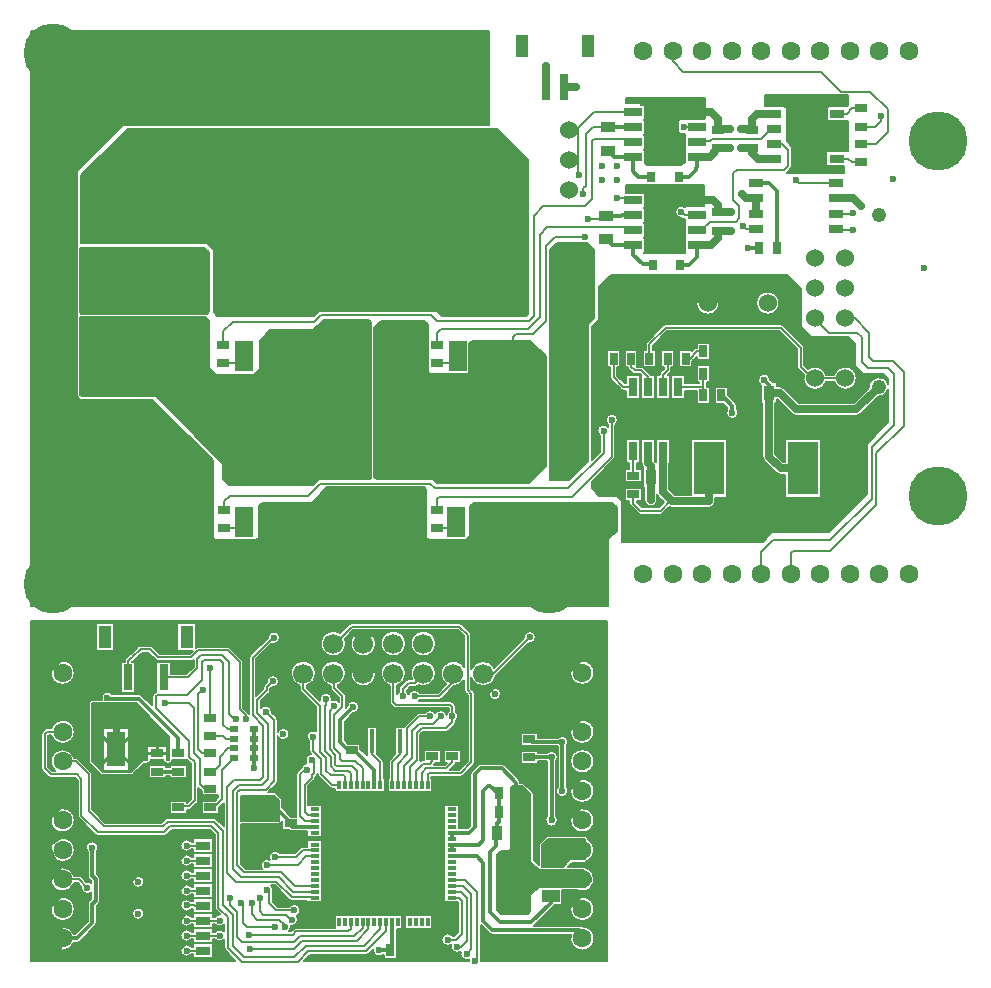
<source format=gtl>
%FSLAX34Y34*%
%MOMM*%
G04 EasyPC Gerber Version 18.0.6 Build 3620 *
%ADD99R,0.30000X0.80000*%
%ADD102R,0.40000X2.00000*%
%ADD20R,0.65000X1.00000*%
%ADD96R,0.76000X1.60000*%
%ADD88R,0.80000X0.90000*%
%ADD90R,0.80000X2.20000*%
%ADD98R,0.90000X1.30000*%
%ADD91R,1.10000X1.90000*%
%ADD94R,1.39000X1.40000*%
%ADD84R,1.50000X2.50000*%
%ADD71R,1.60000X3.00000*%
%ADD24R,1.70000X2.76000*%
%ADD92R,2.50000X4.50000*%
%ADD95R,2.60000X4.50000*%
%ADD93R,3.36000X4.86000*%
%ADD85R,7.00000X7.00000*%
%ADD10C,0.12700*%
%ADD106C,0.16000*%
%ADD82C,0.25000*%
%ADD11C,0.25400*%
%ADD76C,0.30000*%
%ADD105C,0.60000*%
%ADD75C,0.63500*%
%ADD72C,1.21920*%
%ADD14C,1.52400*%
%ADD89C,1.60000*%
%ADD22C,1.70000*%
%ADD83C,3.50000*%
%ADD13C,5.00000*%
%ADD100R,0.80000X0.30000*%
%ADD104R,0.75000X0.50000*%
%ADD25R,1.00000X0.65000*%
%ADD103R,1.27000X0.76000*%
%ADD86R,1.30000X0.76000*%
%ADD26R,1.60000X0.76000*%
%ADD87R,1.20000X0.80000*%
%ADD21R,1.30000X0.90000*%
%ADD23R,1.50000X1.01000*%
%ADD101R,2.70000X1.20000*%
%ADD97R,3.51000X2.62000*%
X0Y0D02*
D02*
D10*
X48635Y498819D02*
X49694Y497760D01*
X112635*
X169635Y440760*
Y427760*
X174635Y422760*
X245635*
X250635Y427760*
X293635*
X294635Y428760*
Y560760*
X292635Y562760*
X254635*
X245635Y553760*
X209635*
X200635Y544760*
Y520760*
X195635Y515760*
X163635*
X157635Y521760*
Y561760*
X154635Y564760*
X48635*
Y498819*
G36*
X49694Y497760*
X112635*
X169635Y440760*
Y427760*
X174635Y422760*
X245635*
X250635Y427760*
X293635*
X294635Y428760*
Y560760*
X292635Y562760*
X254635*
X245635Y553760*
X209635*
X200635Y544760*
Y520760*
X195635Y515760*
X163635*
X157635Y521760*
Y561760*
X154635Y564760*
X48635*
Y498819*
G37*
Y623760D02*
Y568760D01*
X49635Y567760*
X155635*
X157635Y569760*
Y619760*
X153635Y623760*
X48635*
G36*
Y568760*
X49635Y567760*
X155635*
X157635Y569760*
Y619760*
X153635Y623760*
X48635*
G37*
X121810Y189760D02*
X123635D01*
Y209760*
X95635Y237760*
X73186*
G75*
G02X70084I-1551J5000*
G01*
X58635*
Y188760*
X67635Y179760*
X91635*
X101635Y189760*
X105460*
Y201935*
X121810*
Y189760*
X67460Y180585D02*
Y216935D01*
X89810*
Y180585*
X67460*
X58635Y198760D02*
G36*
Y188760D01*
X67635Y179760*
X91635*
X101635Y189760*
X105460*
Y198760*
X89810*
Y180585*
X67460*
Y198760*
X58635*
G37*
X67460D02*
G36*
Y216935D01*
X89810*
Y198760*
X105460*
Y201935*
X121810*
Y189760*
X123635*
Y209760*
X95635Y237760*
X73186*
G75*
G02X70084I-1551J5000*
G01*
X58635*
Y198760*
X67460*
G37*
X184670Y113760D02*
X216635D01*
Y135760*
X184670*
Y113760*
G36*
X216635*
Y135760*
X184670*
Y113760*
G37*
X216635Y138630D02*
Y155760D01*
X212635Y159760*
X184670*
Y138630*
X216635*
G36*
Y155760*
X212635Y159760*
X184670*
Y138630*
X216635*
G37*
X252175Y569760D02*
G75*
G02X252635Y569795I460J-3003D01*
G01*
X345635*
G75*
G02X346095Y569760J-3038*
G01*
X350635*
X354635Y565760*
X425635*
X427635Y567760*
Y697760*
X401635Y723760*
X88635*
X49635Y684760*
Y627760*
X155635*
X161635Y621760*
Y568760*
X164635Y565760*
X246635*
X250635Y569760*
X252175*
G36*
G75*
G02X252635Y569795I460J-3003*
G01*
X345635*
G75*
G02X346095Y569760J-3038*
G01*
X350635*
X354635Y565760*
X425635*
X427635Y567760*
Y697760*
X401635Y723760*
X88635*
X49635Y684760*
Y627760*
X155635*
X161635Y621760*
Y568760*
X164635Y565760*
X246635*
X250635Y569760*
X252175*
G37*
X257600Y420725D02*
X244635Y407760D01*
X202635*
X199635Y404760*
Y377760*
X197635Y375760*
X162635*
X160635Y377760*
Y443760*
X109635Y494760*
X48635*
X45635Y497760*
Y688760*
X84635Y727760*
X394635*
Y807410*
X6985*
Y320110*
X495635*
Y376760*
X502635Y383760*
Y403760*
X498635Y407760*
X381635*
X378635Y404760*
Y379760*
X376752Y377877*
Y377063*
X375938*
X374635Y375760*
X343635*
X341635Y377760*
Y418760*
X339670Y420725*
X257600*
G36*
X244635Y407760*
X202635*
X199635Y404760*
Y377760*
X197635Y375760*
X162635*
X160635Y377760*
Y443760*
X109635Y494760*
X48635*
X45635Y497760*
Y688760*
X84635Y727760*
X394635*
Y807410*
X6985*
Y320110*
X495635*
Y376760*
X502635Y383760*
Y403760*
X498635Y407760*
X381635*
X378635Y404760*
Y379760*
X376752Y377877*
Y377063*
X375938*
X374635Y375760*
X343635*
X341635Y377760*
Y418760*
X339670Y420725*
X257600*
G37*
X361962Y181795D02*
X369378D01*
X376600Y189017*
Y244503*
X374489Y246614*
G75*
G02X373600Y248760I2146J2146*
G01*
Y257470*
G75*
G02X365329Y252362I-9165J5590*
G01*
X354581Y241614*
G75*
G02X352435Y240725I-2146J2146*
G01*
X335900*
G75*
G02X335053Y239795I-4265J3034*
G01*
X361635*
G75*
G02X363781Y238906J-3035*
G01*
X365781Y236906*
G75*
G02X366670Y234760I-2146J-2146*
G01*
Y231025*
G75*
G02Y222495I-3035J-4265*
G01*
Y221760*
G75*
G02X365781Y219614I-3035*
G01*
X360781Y214614*
G75*
G02X358635Y213725I-2146J2146*
G01*
X338892*
X336670Y211503*
Y189760*
G75*
G02X336569Y188983I-3036*
G01*
G75*
G02X338635Y189795I2066J-2223*
G01*
X339400*
Y198495*
X353870*
Y187525*
X349407*
G75*
G02X348781Y186614I-2772J1234*
G01*
X347962Y185795*
X357378*
X359108Y187525*
X356400*
Y198495*
X370870*
Y187525*
X366661*
G75*
G02X365781Y185614I-3026J235*
G01*
X361962Y181795*
G36*
X369378*
X376600Y189017*
Y244503*
X374489Y246614*
G75*
G02X373600Y248760I2146J2146*
G01*
Y257470*
G75*
G02X365329Y252362I-9165J5590*
G01*
X354581Y241614*
G75*
G02X352435Y240725I-2146J2146*
G01*
X335900*
G75*
G02X335053Y239795I-4265J3034*
G01*
X361635*
G75*
G02X363781Y238906J-3035*
G01*
X365781Y236906*
G75*
G02X366670Y234760I-2146J-2146*
G01*
Y231025*
G75*
G02Y222495I-3035J-4265*
G01*
Y221760*
G75*
G02X365781Y219614I-3035*
G01*
X360781Y214614*
G75*
G02X358635Y213725I-2146J2146*
G01*
X338892*
X336670Y211503*
Y189760*
G75*
G02X336569Y188983I-3036*
G01*
G75*
G02X338635Y189795I2066J-2223*
G01*
X339400*
Y198495*
X353870*
Y187525*
X349407*
G75*
G02X348781Y186614I-2772J1234*
G01*
X347962Y185795*
X357378*
X359108Y187525*
X356400*
Y198495*
X370870*
Y187525*
X366661*
G75*
G02X365781Y185614I-3026J235*
G01*
X361962Y181795*
G37*
X368600Y44760D02*
Y68760D01*
X357635*
X356635Y69760*
Y150760*
X356900Y151025*
Y151995*
X357870*
X358635Y152760*
X371635*
Y174760*
X370670Y175725*
G75*
G02X370635I-17J3052*
G01*
X346635*
Y163760*
X346370Y163495*
Y162525*
X345400*
X344635Y161760*
X265635*
X264870Y162525*
X263900*
Y163495*
X262635Y164760*
Y165725*
X261635*
G75*
G02X259489Y166614J3035*
G01*
X250489Y175614*
G75*
G02X249769Y176760I2146J2147*
G01*
X248918*
G75*
G02X248781Y176614I-2282J2004*
G01*
X247670Y175503*
Y174760*
G75*
G02X246781Y172614I-3035*
G01*
X241670Y167503*
Y152760*
X253635*
X254635Y151760*
Y71760*
X253370Y70495*
Y69525*
X252400*
X251635Y68760*
X238635*
Y47795*
X261635*
Y58760*
X263635Y60760*
X347635*
Y44760*
X368600*
G36*
Y68760*
X357635*
X356635Y69760*
Y150760*
X356900Y151025*
Y151995*
X357870*
X358635Y152760*
X371635*
Y174760*
X370670Y175725*
G75*
G02X370635I-17J3052*
G01*
X346635*
Y163760*
X346370Y163495*
Y162525*
X345400*
X344635Y161760*
X265635*
X264870Y162525*
X263900*
Y163495*
X262635Y164760*
Y165725*
X261635*
G75*
G02X259489Y166614J3035*
G01*
X250489Y175614*
G75*
G02X249769Y176760I2146J2147*
G01*
X248918*
G75*
G02X248781Y176614I-2282J2004*
G01*
X247670Y175503*
Y174760*
G75*
G02X246781Y172614I-3035*
G01*
X241670Y167503*
Y152760*
X253635*
X254635Y151760*
Y71760*
X253370Y70495*
Y69525*
X252400*
X251635Y68760*
X238635*
Y47795*
X261635*
Y58760*
X263635Y60760*
X347635*
Y44760*
X368600*
G37*
X376938Y517063D02*
X376635Y516760D01*
X344635*
X342635Y518760*
Y558760*
X339635Y561760*
X303635*
X297635Y555760*
Y429760*
X299635Y427760*
X347635*
X350635Y424760*
X428635*
X442635Y438760*
Y531760*
X429635Y544760*
X380635*
X377752Y541877*
Y517063*
X376938*
G36*
X376635Y516760*
X344635*
X342635Y518760*
Y558760*
X339635Y561760*
X303635*
X297635Y555760*
Y429760*
X299635Y427760*
X347635*
X350635Y424760*
X428635*
X442635Y438760*
Y531760*
X429635Y544760*
X380635*
X377752Y541877*
Y517063*
X376938*
G37*
X387858Y20110D02*
X494285D01*
Y307410*
X6985*
Y20110*
X179993*
X171489Y28614*
G75*
G02X170600Y30760I2146J2146*
G01*
Y37842*
G75*
G02X162370Y38225I-3965J3418*
G01*
X161220*
Y35225*
X144050*
Y38225*
X142900*
G75*
G02X138635Y36025I-4265J3035*
G01*
G75*
G02Y46495J5235*
G01*
G75*
G02X142900Y44295J-5235*
G01*
X144050*
Y47295*
X161220*
Y44295*
X162370*
G75*
G02X170600Y44678I4265J-3035*
G01*
Y50542*
G75*
G02X162370Y50925I-3965J3418*
G01*
X161220*
Y47925*
X144050*
Y50925*
X142900*
G75*
G02X138635Y48725I-4265J3035*
G01*
G75*
G02Y59195J5235*
G01*
G75*
G02X142900Y56995J-5235*
G01*
X144050*
Y59995*
X161220*
Y56995*
X162370*
G75*
G02X166635Y59195I4265J-3035*
G01*
G75*
G02X166915Y59187I-9J-5228*
G01*
X163489Y62614*
G75*
G02X162600Y64760I2146J2146*
G01*
Y126503*
X158378Y130725*
X125892*
X121781Y126614*
G75*
G02X119635Y125725I-2146J2146*
G01*
X63635*
G75*
G02X61489Y126614J3035*
G01*
X47489Y140614*
G75*
G02X46600Y142760I2146J2146*
G01*
Y172503*
X44378Y174725*
X23635*
G75*
G02X21489Y175614J3035*
G01*
X16489Y180614*
G75*
G02X15600Y182760I2146J2146*
G01*
Y211760*
G75*
G02X16489Y213906I3035*
G01*
X18489Y215906*
G75*
G02X20635Y216795I2146J-2146*
G01*
X23860*
G75*
G02X33635Y223995I9775J-3035*
G01*
G75*
G02Y203525J-10235*
G01*
G75*
G02X23860Y210725J10235*
G01*
X21892*
X21670Y210503*
Y184017*
X24892Y180795*
X27207*
G75*
G02X33635Y198995I6428J7965*
G01*
G75*
G02X43410Y191795J-10235*
G01*
X44635*
G75*
G02X46781Y190906J-3035*
G01*
X57781Y179906*
G75*
G02X58670Y177760I-2146J-2146*
G01*
Y148017*
X69892Y136795*
X117378*
X120489Y139906*
G75*
G02X122635Y140795I2146J-2146*
G01*
X161635*
G75*
G02X163781Y139906J-3035*
G01*
X170100Y133587*
Y153367*
X165870Y149137*
Y144525*
X151400*
Y155495*
X162512*
X165200Y158183*
Y160025*
X151400*
Y163703*
X148670Y166433*
Y155760*
G75*
G02X147781Y153614I-3035*
G01*
X142781Y148614*
G75*
G02X140635Y147725I-2146J2146*
G01*
X138870*
Y144525*
X124400*
Y155495*
X138870*
Y153795*
X139378*
X142600Y157017*
Y186503*
X138870Y190233*
Y190025*
X126505*
Y189760*
G75*
G02X123635Y186890I-2870*
G01*
X121810*
G75*
G02X118940Y189760J2870*
G01*
Y190025*
X108330*
Y189760*
G75*
G02X105460Y186890I-2870*
G01*
X102824*
X93664Y177731*
G75*
G02X91635Y176890I-2030J2029*
G01*
X67635*
G75*
G02X65606Y177731I1J2870*
G01*
X56606Y186731*
G75*
G02X55765Y188760I2029J2030*
G01*
Y237760*
G75*
G02X58635Y240630I2870*
G01*
X66853*
G75*
G02X76099Y245495I4782J2130*
G01*
X98635*
G75*
G02X101276Y244401J-3735*
G01*
X109600Y236077*
Y243760*
G75*
G02X110489Y245906I3035*
G01*
X111489Y246906*
G75*
G02X112900Y247705I2147J-2146*
G01*
Y272995*
X125370*
Y262795*
X138378*
X144600Y269017*
Y274447*
G75*
G02X142635Y273725I-1965J2313*
G01*
X114635*
G75*
G02X112489Y274614J3035*
G01*
X106378Y280725*
X100892*
X94781Y274614*
G75*
G02X93526Y273859I-2145J2146*
G01*
X92662Y272995*
X95370*
Y246525*
X82900*
Y272995*
X86100*
Y273760*
G75*
G02X86989Y275906I3035*
G01*
X89989Y278906*
G75*
G02X91244Y279661I2145J-2146*
G01*
X97489Y285906*
G75*
G02X99635Y286795I2146J-2146*
G01*
X107635*
G75*
G02X109781Y285906J-3035*
G01*
X115892Y279795*
X141378*
X144108Y282525*
X130900*
Y305995*
X146370*
Y284787*
X146489Y284906*
G75*
G02X148635Y285795I2146J-2146*
G01*
X173635*
G75*
G02X175781Y284906J-3035*
G01*
X185781Y274906*
G75*
G02X186670Y272760I-2146J-2146*
G01*
Y234017*
X190781Y229906*
G75*
G02X191255Y229292I-2147J-2147*
G01*
G75*
G02X191600Y229074I-2620J-4529*
G01*
Y276510*
G75*
G02X192489Y278656I3035*
G01*
X207400Y293567*
G75*
G02X212635Y298745I5235J-57*
G01*
G75*
G02Y288275J-5235*
G01*
G75*
G02X210965Y288548I-1J5236*
G01*
X197670Y275253*
Y244087*
X203600Y250017*
Y251510*
G75*
G02X204489Y253656I3035*
G01*
X206473Y255640*
G75*
G02X211635Y261745I5162J870*
G01*
G75*
G02Y251275J-5235*
G01*
G75*
G02X210765Y251348I1J5235*
G01*
X209670Y250253*
Y248760*
G75*
G02X208781Y246614I-3035*
G01*
X201670Y239503*
Y234178*
G75*
G02X210797Y229890I3965J-3418*
G01*
X214781Y225906*
G75*
G02X215670Y223760I-2146J-2146*
G01*
Y213420*
G75*
G02X220635Y216995I4965J-1660*
G01*
G75*
G02Y206525J-5235*
G01*
G75*
G02X215670Y210100J5235*
G01*
Y171760*
G75*
G02X214781Y169614I-3035*
G01*
X207797Y162630*
X212635*
G75*
G02X214664Y161789I-1J-2870*
G01*
X218664Y157789*
G75*
G02X219505Y155760I-2029J-2030*
G01*
Y149656*
X227040Y141995*
X231612*
G75*
G02X231600Y142260I3023J270*
G01*
Y177760*
G75*
G02X232489Y179906I3035*
G01*
X235538Y182955*
G75*
G02X240201Y186977I5097J-1195*
G01*
G75*
G02X244132Y194971I4434J2783*
G01*
X243489Y195614*
G75*
G02X242600Y197760I2146J2146*
G01*
Y205495*
G75*
G02X248600Y214074I3034J4265*
G01*
Y234503*
X235289Y247814*
G75*
G02X234400Y249960I2146J2146*
G01*
Y252763*
G75*
G02X226700Y263060I3035J10297*
G01*
G75*
G02X248170I10735*
G01*
G75*
G02X240470Y252763I-10735*
G01*
Y251217*
X251715Y239973*
G75*
G02X256635Y246995I4920J1787*
G01*
G75*
G02X261750Y240644J-5235*
G01*
G75*
G02X267600Y239178I1885J-4884*
G01*
Y242503*
X261489Y248614*
G75*
G02X260600Y250760I2146J2146*
G01*
Y252560*
G75*
G02X252100Y263060I2235J10500*
G01*
G75*
G02X273570I10735*
G01*
G75*
G02X266670Y253033I-10735*
G01*
Y252017*
X272781Y245906*
G75*
G02X273670Y243760I-2146J-2146*
G01*
Y234760*
G75*
G02X273566Y233973I-3037J1*
G01*
X274400Y234807*
G75*
G02X279635Y239995I5235J-47*
G01*
G75*
G02X279682Y229525J-5235*
G01*
X272370Y222213*
Y206557*
X275432Y203495*
X285870*
Y199602*
X291400Y193986*
Y217995*
X299870*
Y194817*
X304781Y189906*
G75*
G02X305670Y187760I-2146J-2146*
G01*
Y174995*
X306370*
Y162525*
X263900*
Y165725*
X261635*
G75*
G02X259489Y166614J3035*
G01*
X250489Y175614*
G75*
G02X249600Y177760I2146J2146*
G01*
Y178112*
G75*
G02X248781Y176614I-2965J648*
G01*
X247670Y175503*
Y174760*
G75*
G02X246781Y172614I-3035*
G01*
X241670Y167503*
Y151995*
X253370*
Y124525*
X240900*
Y129525*
X227635*
G75*
G02X224643Y131025J3734*
G01*
X219400*
Y137861*
G75*
G02X216635Y135760I-2765J769*
G01*
X184670*
Y102017*
X188892Y97795*
X202321*
G75*
G02X208930Y105465I4315J2965*
G01*
G75*
G02X217900Y110795I4705J2295*
G01*
X230378*
X234989Y115406*
G75*
G02X237135Y116295I2146J-2146*
G01*
X240900*
Y121995*
X253370*
Y69525*
X240900*
Y70725*
X227635*
G75*
G02X225489Y71614J3035*
G01*
X213378Y83725*
X210053*
G75*
G02X211636Y78213I-3418J-3965*
G01*
G75*
G02X211670Y77760I-3004J-453*
G01*
Y70017*
X215892Y65795*
X225370*
G75*
G02X229635Y67995I4265J-3035*
G01*
G75*
G02X231764Y57978J-5235*
G01*
G75*
G02X227635Y49525I-4129J-3218*
G01*
G75*
G02X226804Y49591I-3J5232*
G01*
G75*
G02X225053Y44795I-5169J-831*
G01*
X227378*
X229489Y46906*
G75*
G02X231635Y47795I2146J-2146*
G01*
X263900*
Y58995*
X321370*
Y46525*
X316370*
Y21525*
X305400*
Y25025*
X305303*
G75*
G02X296424Y29256I-3668J3735*
G01*
X292781Y25614*
G75*
G02X290635Y24725I-2146J2146*
G01*
X242892*
X238277Y20110*
X377412*
G75*
G02X377520Y20876I5221J-345*
G01*
G75*
G02X370704Y27519I-1885J4884*
G01*
G75*
G02X362704Y33519I-3069J4241*
G01*
G75*
G02X359635Y32525I-3069J4240*
G01*
G75*
G02Y42995J5235*
G01*
G75*
G02X363900Y40795J-5235*
G01*
X365378*
X368600Y44017*
Y69503*
X368578Y69525*
X356900*
Y151995*
X369370*
Y131995*
X376588*
X378900Y134307*
Y177760*
G75*
G02X379994Y180401I3735*
G01*
X384994Y185401*
G75*
G02X387635Y186495I2641J-2641*
G01*
X405385*
G75*
G02X408026Y185401J-3735*
G01*
X420026Y173401*
G75*
G02X421120Y170760I-2641J-2641*
G01*
Y170630*
X422635*
G75*
G02X424664Y169789I-1J-2870*
G01*
X431664Y162789*
G75*
G02X432505Y160760I-2029J-2030*
G01*
Y104949*
X436765Y100689*
Y117760*
G75*
G02X437606Y119789I2870J-1*
G01*
X442606Y124789*
G75*
G02X444635Y125630I2030J-2029*
G01*
X475635*
G75*
G02X478505Y122762J-2868*
G01*
G75*
G02X478277Y104638I-4870J-9002*
G01*
G75*
G02X475635Y102890I-2642J1122*
G01*
X464824*
X461564Y99630*
X474635*
G75*
G02X476664Y98789I-1J-2870*
G01*
X477043Y98411*
G75*
G02X473635Y78525I-3408J-9651*
G01*
G75*
G02X468528Y79890J10235*
G01*
X456570*
Y67475*
X450262*
G75*
G02X449476Y66319I-3427J1485*
G01*
X433276Y50119*
G75*
G02X432449Y49495I-2641J2640*
G01*
X470635*
G75*
G02X472591Y48942J-3734*
G01*
G75*
G02X473635Y48995I1040J-10186*
G01*
G75*
G02Y28525J-10235*
G01*
G75*
G02X463935Y42025J10235*
G01*
X397635*
G75*
G02X394994Y43119J3735*
G01*
X387670Y50443*
Y21760*
G75*
G02X387636Y21307I-3038*
G01*
G75*
G02X387858Y20110I-4999J-1546*
G01*
X144050Y25525D02*
X142900D01*
G75*
G02X138635Y23325I-4265J3035*
G01*
G75*
G02Y33795J5235*
G01*
G75*
G02X142900Y31595J-5235*
G01*
X144050*
Y34595*
X161220*
Y22525*
X144050*
Y25525*
X43164Y35025D02*
G75*
G02X33635Y28525I-9529J3735D01*
G01*
G75*
G02Y48995J10235*
G01*
G75*
G02X43164Y42495J-10235*
G01*
X44088*
X54900Y53307*
Y67760*
G75*
G02X55994Y70401I3735*
G01*
X57900Y72307*
Y77668*
G75*
G02X49473Y82630I-3265J4092*
G01*
X46378Y85725*
X43410*
G75*
G02X33635Y78525I-9775J3035*
G01*
G75*
G02Y98995J10235*
G01*
G75*
G02X43410Y91795J-10235*
G01*
X47635*
G75*
G02X49781Y90906J-3035*
G01*
X53765Y86922*
G75*
G02X57900Y85852I870J-5162*
G01*
Y87213*
X55994Y89119*
G75*
G02X54900Y91760I2641J2641*
G01*
Y112092*
G75*
G02X58635Y120995I3735J3668*
G01*
G75*
G02X62370Y112092J-5235*
G01*
Y93307*
X64276Y91401*
G75*
G02X65370Y88760I-2641J-2641*
G01*
Y70760*
G75*
G02X64276Y68119I-3735*
G01*
X62370Y66213*
Y51760*
G75*
G02X61276Y49119I-3735*
G01*
X48276Y36119*
G75*
G02X45635Y35025I-2641J2641*
G01*
X43164*
X346370Y46525D02*
X323900D01*
Y58995*
X346370*
Y46525*
X473635Y53525D02*
G75*
G02Y73995J10235D01*
G01*
G75*
G02Y53525J-10235*
G01*
X33635D02*
G75*
G02Y73995J10235D01*
G01*
G75*
G02Y53525J-10235*
G01*
X97635Y54525D02*
G75*
G02Y64995J5235D01*
G01*
G75*
G02Y54525J-5235*
G01*
X144050Y63325D02*
X142585D01*
G75*
G02X138635Y61525I-3950J3434*
G01*
G75*
G02Y71995J5235*
G01*
G75*
G02X142585Y70195J-5235*
G01*
X144050*
Y72695*
X161220*
Y60625*
X144050*
Y63325*
Y76325D02*
X142900D01*
G75*
G02X138635Y74125I-4265J3035*
G01*
G75*
G02Y84595J5235*
G01*
G75*
G02X142900Y82395J-5235*
G01*
X144050*
Y85395*
X161220*
Y73325*
X144050*
Y76325*
X97635Y81525D02*
G75*
G02Y91995J5235D01*
G01*
G75*
G02Y81525J-5235*
G01*
X144050Y89025D02*
X142900D01*
G75*
G02X138635Y86825I-4265J3035*
G01*
G75*
G02Y97295J5235*
G01*
G75*
G02X142900Y95095J-5235*
G01*
X144050*
Y98095*
X161220*
Y86025*
X144050*
Y89025*
Y101725D02*
X142900D01*
G75*
G02X138635Y99525I-4265J3035*
G01*
G75*
G02Y109995J5235*
G01*
G75*
G02X142900Y107795J-5235*
G01*
X144050*
Y110795*
X161220*
Y98725*
X144050*
Y101725*
X33635Y103525D02*
G75*
G02Y123995J10235D01*
G01*
G75*
G02Y103525J-10235*
G01*
X144050Y114425D02*
X142900D01*
G75*
G02X138635Y112225I-4265J3035*
G01*
G75*
G02Y122695J5235*
G01*
G75*
G02X142900Y120495J-5235*
G01*
X144050*
Y123495*
X161220*
Y111425*
X144050*
Y114425*
X473635Y128525D02*
G75*
G02Y148995J10235D01*
G01*
G75*
G02Y128525J-10235*
G01*
X33635D02*
G75*
G02Y148995J10235D01*
G01*
G75*
G02Y128525J-10235*
G01*
X451370Y142428D02*
G75*
G02X447635Y133525I-3735J-3668D01*
G01*
G75*
G02X443900Y142428J5235*
G01*
Y188675*
X435870*
Y186525*
X421400*
Y197495*
X435870*
Y196145*
X443967*
G75*
G02X451370Y188742I3668J-3735*
G01*
Y142428*
X473635Y153525D02*
G75*
G02Y173995J10235D01*
G01*
G75*
G02Y153525J-10235*
G01*
X346370Y162525D02*
X308900D01*
Y174995*
X309600*
Y187760*
G75*
G02X310489Y189906I3035*
G01*
X315400Y194817*
Y217995*
X322863*
G75*
G02X323489Y218906I2772J-1234*
G01*
X333489Y228906*
G75*
G02X335635Y229795I2146J-2146*
G01*
X340370*
G75*
G02X349135Y229435I4265J-3035*
G01*
G75*
G02X358635Y228311I4500J-2675*
G01*
G75*
G02X360600Y231025I4999J-1551*
G01*
Y233503*
X360378Y233725*
X315635*
G75*
G02X313489Y234614J3035*
G01*
X311489Y236614*
G75*
G02X310600Y238760I2146J2146*
G01*
Y252763*
G75*
G02X302900Y263060I3035J10297*
G01*
G75*
G02X324370I10735*
G01*
G75*
G02X316670Y252763I-10735*
G01*
Y245420*
G75*
G02X318200Y247710I4963J-1660*
G01*
Y249760*
G75*
G02X319206Y252189I3435*
G01*
X324206Y257189*
G75*
G02X326635Y258195I2429J-2429*
G01*
X329466*
G75*
G02X328300Y263060I9569J4866*
G01*
G75*
G02X349770I10735*
G01*
G75*
G02X334890Y253157I-10735*
G01*
X334064Y252331*
G75*
G02X331635Y251325I-2429J2429*
G01*
X328058*
X325070Y248337*
Y247710*
G75*
G02X326635Y245311I-3434J-3950*
G01*
G75*
G02X335900Y246795I5000J-1551*
G01*
X351178*
X358499Y254116*
G75*
G02X353700Y263060I5936J8944*
G01*
G75*
G02X373600Y268650I10735*
G01*
Y294503*
X368378Y299725*
X279892*
X272748Y292581*
G75*
G02X273570Y288460I-9914J-4120*
G01*
G75*
G02X252100I-10735*
G01*
G75*
G02X268900Y297317I10735*
G01*
X276489Y304906*
G75*
G02X278635Y305795I2146J-2146*
G01*
X369635*
G75*
G02X371781Y304906J-3035*
G01*
X378781Y297906*
G75*
G02X379670Y295760I-2146J-2146*
G01*
Y266512*
G75*
G02X399268Y268185I10165J-3452*
G01*
X423973Y292890*
G75*
G02X429135Y298995I5162J870*
G01*
G75*
G02Y288525J-5235*
G01*
G75*
G02X428265Y288598I1J5235*
G01*
X400581Y260914*
G75*
G02X400299Y260665I-2149J2149*
G01*
G75*
G02X379670Y259608I-10464J2394*
G01*
Y250017*
X381781Y247906*
G75*
G02X382670Y245760I-2146J-2146*
G01*
Y187760*
G75*
G02X381781Y185614I-3035*
G01*
X372781Y176614*
G75*
G02X370635Y175725I-2146J2146*
G01*
X345670*
Y174995*
X346370*
Y162525*
X460370Y167428D02*
G75*
G02X456635Y158525I-3735J-3668D01*
G01*
G75*
G02X452900Y167428J5235*
G01*
Y201375*
X431035*
G75*
G02X428930Y202025J3734*
G01*
X421400*
Y212995*
X435870*
Y208845*
X452967*
G75*
G02X460370Y201442I3668J-3735*
G01*
Y167428*
X124400Y176275D02*
X120870D01*
Y174525*
X106400*
Y185495*
X120870*
Y183745*
X124400*
Y185495*
X138870*
Y174525*
X124400*
Y176275*
X473635Y178525D02*
G75*
G02Y198995J10235D01*
G01*
G75*
G02Y178525J-10235*
G01*
Y203525D02*
G75*
G02Y223995J10235D01*
G01*
G75*
G02Y203525J-10235*
G01*
X399635Y240525D02*
G75*
G02Y250995J5235D01*
G01*
G75*
G02Y240525J-5235*
G01*
X473635Y253525D02*
G75*
G02Y273995J10235D01*
G01*
G75*
G02Y253525J-10235*
G01*
X33635D02*
G75*
G02Y273995J10235D01*
G01*
G75*
G02Y253525J-10235*
G01*
X298970Y263060D02*
G75*
G02X277500I-10735D01*
G01*
G75*
G02X298970I10735*
G01*
X61900Y282525D02*
Y305995D01*
X77370*
Y282525*
X61900*
X349770Y288460D02*
G75*
G02X328300I-10735D01*
G01*
G75*
G02X349770I10735*
G01*
X324370D02*
G75*
G02X302900I-10735D01*
G01*
G75*
G02X324370I10735*
G01*
X298970D02*
G75*
G02X277500I-10735D01*
G01*
G75*
G02X298970I10735*
G01*
X6985Y28560D02*
G36*
Y20110D01*
X179993*
X171543Y28560*
X161220*
Y22525*
X144050*
Y25525*
X142900*
G75*
G02X138635Y23325I-4265J3035*
G01*
G75*
G02X133400Y28560J5235*
G01*
X34481*
G75*
G02X33635Y28525I-846J10199*
G01*
G75*
G02X32789Y28560J10236*
G01*
X6985*
G37*
X32789D02*
G36*
G75*
G02X33635Y48995I846J10200D01*
G01*
G75*
G02X43164Y42495J-10235*
G01*
X44088*
X54353Y52760*
X6985*
Y28560*
X32789*
G37*
X133400D02*
G36*
G75*
G02X138635Y33795I5235D01*
G01*
G75*
G02X142900Y31595J-5235*
G01*
X144050*
Y34595*
X161220*
Y28560*
X171543*
X171489Y28614*
G75*
G02X170600Y30760I2146J2146*
G01*
Y37842*
G75*
G02X162370Y38225I-3965J3418*
G01*
X161220*
Y35225*
X144050*
Y38225*
X142900*
G75*
G02X138635Y36025I-4265J3035*
G01*
G75*
G02Y46495J5235*
G01*
G75*
G02X142900Y44295J-5235*
G01*
X144050*
Y47295*
X161220*
Y44295*
X162370*
G75*
G02X170600Y44678I4265J-3035*
G01*
Y50542*
G75*
G02X162370Y50925I-3965J3418*
G01*
X161220*
Y47925*
X144050*
Y50925*
X142900*
G75*
G02X138635Y48725I-4265J3035*
G01*
G75*
G02X133539Y52760J5235*
G01*
X62370*
Y51760*
G75*
G02X61276Y49119I-3735*
G01*
X48276Y36119*
G75*
G02X45635Y35025I-2641J2641*
G01*
X43164*
G75*
G02X34481Y28560I-9529J3735*
G01*
X133400*
G37*
X54353Y52760D02*
G36*
X54900Y53307D01*
Y63760*
X43870*
G75*
G02X33635Y53525I-10235*
G01*
G75*
G02X23400Y63760J10235*
G01*
X6985*
Y52760*
X54353*
G37*
X133539D02*
G36*
G75*
G02X138635Y59195I5096J1200D01*
G01*
G75*
G02X142900Y56995J-5235*
G01*
X144050*
Y59995*
X161220*
Y56995*
X162370*
G75*
G02X166635Y59195I4265J-3035*
G01*
G75*
G02X166915Y59187I-9J-5228*
G01*
X163489Y62614*
G75*
G02X162770Y63760I2147J2145*
G01*
X161220*
Y60625*
X144050*
Y63325*
X142585*
G75*
G02X138635Y61525I-3950J3434*
G01*
G75*
G02X134345Y63760J5235*
G01*
X101012*
G75*
G02X97635Y54525I-3377J-4000*
G01*
G75*
G02X94258Y63760J5235*
G01*
X62370*
Y52760*
X133539*
G37*
X321370D02*
G36*
Y46525D01*
X316370*
Y21525*
X305400*
Y25025*
X305303*
G75*
G02X296424Y29256I-3668J3735*
G01*
X292781Y25614*
G75*
G02X290635Y24725I-2146J2146*
G01*
X242892*
X238277Y20110*
X377412*
G75*
G02X377520Y20876I5221J-345*
G01*
G75*
G02X370704Y27519I-1885J4884*
G01*
G75*
G02X362704Y33519I-3069J4241*
G01*
G75*
G02X359635Y32525I-3069J4240*
G01*
G75*
G02Y42995J5235*
G01*
G75*
G02X363900Y40795J-5235*
G01*
X365378*
X368600Y44017*
Y52760*
X346370*
Y46525*
X323900*
Y52760*
X321370*
G37*
X323900D02*
G36*
Y58995D01*
X346370*
Y52760*
X368600*
Y69503*
X368578Y69525*
X356900*
Y151995*
X369370*
Y131995*
X376588*
X378900Y134307*
Y163760*
X346370*
Y162525*
X308900*
Y163760*
X306370*
Y162525*
X263900*
Y165725*
X261635*
G75*
G02X259489Y166614J3035*
G01*
X250489Y175614*
G75*
G02X249600Y177760I2146J2146*
G01*
Y178112*
G75*
G02X248781Y176614I-2965J648*
G01*
X247670Y175503*
Y174760*
G75*
G02X246781Y172614I-3035*
G01*
X241670Y167503*
Y151995*
X253370*
Y124525*
X240900*
Y129525*
X227635*
G75*
G02X224643Y131025J3734*
G01*
X219400*
Y137861*
G75*
G02X216635Y135760I-2765J769*
G01*
X184670*
Y102017*
X188892Y97795*
X202321*
G75*
G02X208930Y105465I4315J2965*
G01*
G75*
G02X217900Y110795I4705J2295*
G01*
X230378*
X234989Y115406*
G75*
G02X237135Y116295I2146J-2146*
G01*
X240900*
Y121995*
X253370*
Y69525*
X240900*
Y70725*
X227635*
G75*
G02X225489Y71614J3035*
G01*
X213378Y83725*
X210053*
G75*
G02X211636Y78213I-3418J-3965*
G01*
G75*
G02X211670Y77760I-3004J-453*
G01*
Y70017*
X215892Y65795*
X225370*
G75*
G02X229635Y67995I4265J-3035*
G01*
G75*
G02X231764Y57978J-5235*
G01*
G75*
G02X227635Y49525I-4129J-3218*
G01*
G75*
G02X226804Y49591I-3J5232*
G01*
G75*
G02X225053Y44795I-5169J-831*
G01*
X227378*
X229489Y46906*
G75*
G02X231635Y47795I2146J-2146*
G01*
X263900*
Y58995*
X321370*
Y52760*
X323900*
G37*
X23400Y63760D02*
G36*
G75*
G02X33635Y73995I10235D01*
G01*
G75*
G02X43870Y63760J-10235*
G01*
X54900*
Y67760*
G75*
G02X55994Y70401I3735*
G01*
X57900Y72307*
Y77668*
G75*
G02X49473Y82630I-3265J4092*
G01*
X46378Y85725*
X43410*
G75*
G02X33635Y78525I-9775J3035*
G01*
G75*
G02X29586Y79360J10235*
G01*
X6985*
Y63760*
X23400*
G37*
X94258D02*
G36*
G75*
G02X97635Y64995I3377J-4000D01*
G01*
G75*
G02X101012Y63760J-5235*
G01*
X134345*
G75*
G02X138635Y71995I4290J3000*
G01*
G75*
G02X142585Y70195J-5235*
G01*
X144050*
Y72695*
X161220*
Y63760*
X162770*
G75*
G02X162600Y64760I2865J1001*
G01*
Y79360*
X161220*
Y73325*
X144050*
Y76325*
X142900*
G75*
G02X138635Y74125I-4265J3035*
G01*
G75*
G02X133400Y79360J5235*
G01*
X65370*
Y70760*
G75*
G02X64276Y68119I-3735*
G01*
X62370Y66213*
Y63760*
X94258*
G37*
X446917D02*
G36*
X433276Y50119D01*
G75*
G02X432449Y49495I-2641J2640*
G01*
X470635*
G75*
G02X472591Y48942J-3734*
G01*
G75*
G02X473635Y48995I1040J-10186*
G01*
G75*
G02Y28525J-10235*
G01*
G75*
G02X463935Y42025J10235*
G01*
X397635*
G75*
G02X394994Y43119J3735*
G01*
X387670Y50443*
Y21760*
G75*
G02X387636Y21307I-3038*
G01*
G75*
G02X387858Y20110I-4999J-1546*
G01*
X494285*
Y63760*
X483870*
G75*
G02X473635Y53525I-10235*
G01*
G75*
G02X463400Y63760J10235*
G01*
X446917*
G37*
X463400D02*
G36*
G75*
G02X473635Y73995I10235D01*
G01*
G75*
G02X483870Y63760J-10235*
G01*
X494285*
Y138760*
X483870*
G75*
G02X473635Y128525I-10235*
G01*
G75*
G02X463400Y138760J10235*
G01*
X452870*
G75*
G02X447635Y133525I-5235*
G01*
G75*
G02X442400Y138760J5235*
G01*
X432505*
Y104949*
X436765Y100689*
Y117760*
G75*
G02X437606Y119789I2870J-1*
G01*
X442606Y124789*
G75*
G02X444635Y125630I2030J-2029*
G01*
X475635*
G75*
G02X478505Y122762J-2868*
G01*
G75*
G02X478277Y104638I-4870J-9002*
G01*
G75*
G02X475635Y102890I-2642J1122*
G01*
X464824*
X461564Y99630*
X474635*
G75*
G02X476664Y98789I-1J-2870*
G01*
X477043Y98411*
G75*
G02X473635Y78525I-3408J-9651*
G01*
G75*
G02X468528Y79890J10235*
G01*
X456570*
Y67475*
X450262*
G75*
G02X449476Y66319I-3427J1485*
G01*
X446917Y63760*
X463400*
G37*
X29586Y79360D02*
G36*
G75*
G02X23597Y86760I4049J9400D01*
G01*
X6985*
Y79360*
X29586*
G37*
X133400D02*
G36*
G75*
G02X138635Y84595I5235D01*
G01*
G75*
G02X142900Y82395J-5235*
G01*
X144050*
Y85395*
X161220*
Y79360*
X162600*
Y86760*
X161220*
Y86025*
X144050*
Y86760*
X102870*
G75*
G02X97635Y81525I-5235*
G01*
G75*
G02X92400Y86760J5235*
G01*
X65370*
Y79360*
X133400*
G37*
X23597Y86760D02*
G36*
G75*
G02X33635Y98995I10038J2000D01*
G01*
G75*
G02X43410Y91795J-10235*
G01*
X47635*
G75*
G02X49781Y90906J-3035*
G01*
X53765Y86922*
G75*
G02X57900Y85852I870J-5162*
G01*
Y87213*
X55994Y89119*
G75*
G02X54900Y91760I2641J2641*
G01*
Y104760*
X38509*
G75*
G02X33635Y103525I-4874J9000*
G01*
G75*
G02X28761Y104760J10235*
G01*
X6985*
Y86760*
X23597*
G37*
X92400D02*
G36*
G75*
G02X97635Y91995I5235D01*
G01*
G75*
G02X102870Y86760J-5235*
G01*
X144050*
Y89025*
X142900*
G75*
G02X138635Y86825I-4265J3035*
G01*
G75*
G02Y97295J5235*
G01*
G75*
G02X142900Y95095J-5235*
G01*
X144050*
Y98095*
X161220*
Y86760*
X162600*
Y104760*
X161220*
Y98725*
X144050*
Y101725*
X142900*
G75*
G02X138635Y99525I-4265J3035*
G01*
G75*
G02X133400Y104760J5235*
G01*
X62370*
Y93307*
X64276Y91401*
G75*
G02X65370Y88760I-2641J-2641*
G01*
Y86760*
X92400*
G37*
X28761Y104760D02*
G36*
G75*
G02X24092Y117460I4874J9000D01*
G01*
X6985*
Y104760*
X28761*
G37*
X54900D02*
G36*
Y112092D01*
G75*
G02X53684Y117460I3735J3668*
G01*
X43178*
G75*
G02X38509Y104760I-9543J-3700*
G01*
X54900*
G37*
X133400D02*
G36*
G75*
G02X138635Y109995I5235D01*
G01*
G75*
G02X142900Y107795J-5235*
G01*
X144050*
Y110795*
X161220*
Y104760*
X162600*
Y117460*
X161220*
Y111425*
X144050*
Y114425*
X142900*
G75*
G02X138635Y112225I-4265J3035*
G01*
G75*
G02X133400Y117460J5235*
G01*
X63586*
G75*
G02X62370Y112092I-4951J-1700*
G01*
Y104760*
X133400*
G37*
X24092Y117460D02*
G36*
G75*
G02X33635Y123995I9543J-3700D01*
G01*
G75*
G02X43178Y117460J-10235*
G01*
X53684*
G75*
G02X58635Y120995I4951J-1700*
G01*
G75*
G02X63586Y117460J-5235*
G01*
X133400*
G75*
G02X138635Y122695I5235*
G01*
G75*
G02X142900Y120495J-5235*
G01*
X144050*
Y123495*
X161220*
Y117460*
X162600*
Y126503*
X158378Y130725*
X125892*
X121781Y126614*
G75*
G02X119635Y125725I-2146J2146*
G01*
X63635*
G75*
G02X61489Y126614J3035*
G01*
X49343Y138760*
X43870*
G75*
G02X33635Y128525I-10235*
G01*
G75*
G02X23400Y138760J10235*
G01*
X6985*
Y117460*
X24092*
G37*
X23400Y138760D02*
G36*
G75*
G02X33635Y148995I10235D01*
G01*
G75*
G02X43870Y138760J-10235*
G01*
X49343*
X47489Y140614*
G75*
G02X46600Y142760I2146J2146*
G01*
Y172503*
X44378Y174725*
X23635*
G75*
G02X21489Y175614J3035*
G01*
X16489Y180614*
G75*
G02X15600Y182760I2146J2146*
G01*
Y211760*
G75*
G02X16489Y213906I3035*
G01*
X18489Y215906*
G75*
G02X20635Y216795I2146J-2146*
G01*
X23860*
G75*
G02X33635Y223995I9775J-3035*
G01*
G75*
G02Y203525J-10235*
G01*
G75*
G02X23860Y210725J10235*
G01*
X21892*
X21670Y210503*
Y184017*
X24892Y180795*
X27207*
G75*
G02X33635Y198995I6428J7965*
G01*
G75*
G02X43410Y191795J-10235*
G01*
X44635*
G75*
G02X46781Y190906J-3035*
G01*
X57781Y179906*
G75*
G02X58670Y177760I-2146J-2146*
G01*
Y148017*
X69892Y136795*
X117378*
X120489Y139906*
G75*
G02X122635Y140795I2146J-2146*
G01*
X161635*
G75*
G02X163781Y139906J-3035*
G01*
X170100Y133587*
Y153367*
X165870Y149137*
Y144525*
X151400*
Y155495*
X162512*
X165200Y158183*
Y160025*
X151400*
Y163703*
X148670Y166433*
Y155760*
G75*
G02X147781Y153614I-3035*
G01*
X142781Y148614*
G75*
G02X140635Y147725I-2146J2146*
G01*
X138870*
Y144525*
X124400*
Y155495*
X138870*
Y153795*
X139378*
X142600Y157017*
Y180010*
X138870*
Y174525*
X124400*
Y176275*
X120870*
Y174525*
X106400*
Y180010*
X95943*
X93664Y177731*
G75*
G02X91635Y176890I-2030J2029*
G01*
X67635*
G75*
G02X65606Y177731I1J2870*
G01*
X56606Y186731*
G75*
G02X55765Y188760I2029J2030*
G01*
Y237760*
G75*
G02X58635Y240630I2870*
G01*
X66853*
G75*
G02X76099Y245495I4782J2130*
G01*
X98635*
G75*
G02X101276Y244401J-3735*
G01*
X109600Y236077*
Y243760*
G75*
G02X110489Y245906I3035*
G01*
X111489Y246906*
G75*
G02X112900Y247705I2147J-2146*
G01*
Y272995*
X125370*
Y262795*
X138378*
X144600Y269017*
Y274447*
G75*
G02X142635Y273725I-1965J2313*
G01*
X114635*
G75*
G02X112489Y274614J3035*
G01*
X106378Y280725*
X100892*
X94781Y274614*
G75*
G02X93526Y273859I-2145J2146*
G01*
X92662Y272995*
X95370*
Y246525*
X82900*
Y263760*
X43870*
G75*
G02X33635Y253525I-10235*
G01*
G75*
G02X23400Y263760J10235*
G01*
X6985*
Y138760*
X23400*
G37*
X442400D02*
G36*
G75*
G02X443900Y142428I5235D01*
G01*
Y163760*
X430693*
X431664Y162789*
G75*
G02X432505Y160760I-2029J-2030*
G01*
Y138760*
X442400*
G37*
X463400D02*
G36*
G75*
G02X473635Y148995I10235D01*
G01*
G75*
G02X483870Y138760J-10235*
G01*
X494285*
Y163760*
X483870*
G75*
G02X473635Y153525I-10235*
G01*
G75*
G02X463400Y163760J10235*
G01*
X461870*
G75*
G02X456635Y158525I-5235*
G01*
G75*
G02X451400Y163760J5235*
G01*
X451370*
Y142428*
G75*
G02X452870Y138760I-3735J-3668*
G01*
X463400*
G37*
X308900Y163760D02*
G36*
Y174995D01*
X309600*
Y180010*
X305670*
Y174995*
X306370*
Y163760*
X308900*
G37*
X378900D02*
G36*
Y177760D01*
G75*
G02X379654Y180010I3735*
G01*
X376177*
X372781Y176614*
G75*
G02X370635Y175725I-2146J2146*
G01*
X345670*
Y174995*
X346370*
Y163760*
X378900*
G37*
X443900D02*
G36*
Y180010D01*
X413417*
X420026Y173401*
G75*
G02X421120Y170760I-2641J-2641*
G01*
Y170630*
X422635*
G75*
G02X424664Y169789I-1J-2870*
G01*
X430693Y163760*
X443900*
G37*
X451400D02*
G36*
G75*
G02X452900Y167428I5235D01*
G01*
Y180010*
X451370*
Y163760*
X451400*
G37*
X463400D02*
G36*
G75*
G02X473635Y173995I10235D01*
G01*
G75*
G02X483870Y163760J-10235*
G01*
X494285*
Y180010*
X478945*
G75*
G02X473635Y178525I-5310J8750*
G01*
G75*
G02X468325Y180010J10235*
G01*
X460370*
Y167428*
G75*
G02X461870Y163760I-3735J-3668*
G01*
X463400*
G37*
X106400Y180010D02*
G36*
Y185495D01*
X120870*
Y183745*
X124400*
Y185495*
X138870*
Y180010*
X142600*
Y186503*
X138870Y190233*
Y190025*
X126505*
Y189760*
G75*
G02X123635Y186890I-2870*
G01*
X121810*
G75*
G02X118940Y189760J2870*
G01*
Y190025*
X108330*
Y189760*
G75*
G02X105460Y186890I-2870*
G01*
X102824*
X95943Y180010*
X106400*
G37*
X309600D02*
G36*
Y187760D01*
G75*
G02X310489Y189906I3035*
G01*
X315400Y194817*
Y213760*
X299870*
Y194817*
X304781Y189906*
G75*
G02X305670Y187760I-2146J-2146*
G01*
Y180010*
X309600*
G37*
X379654D02*
G36*
G75*
G02X379994Y180401I2982J-2249D01*
G01*
X384994Y185401*
G75*
G02X387635Y186495I2641J-2641*
G01*
X405385*
G75*
G02X408026Y185401J-3735*
G01*
X413417Y180010*
X443900*
Y188675*
X435870*
Y186525*
X421400*
Y197495*
X435870*
Y196145*
X443967*
G75*
G02X451370Y188742I3668J-3735*
G01*
Y180010*
X452900*
Y201375*
X431035*
G75*
G02X428930Y202025J3734*
G01*
X421400*
Y212995*
X435870*
Y208845*
X452967*
G75*
G02X460370Y201442I3668J-3735*
G01*
Y180010*
X468325*
G75*
G02X473635Y198995I5310J8750*
G01*
G75*
G02X478945Y180010J-10235*
G01*
X494285*
Y213760*
X483870*
G75*
G02X473635Y203525I-10235*
G01*
G75*
G02X463400Y213760J10235*
G01*
X382670*
Y187760*
G75*
G02X381781Y185614I-3035*
G01*
X376177Y180010*
X379654*
G37*
X315400Y213760D02*
G36*
Y217995D01*
X322863*
G75*
G02X323489Y218906I2772J-1234*
G01*
X333489Y228906*
G75*
G02X335635Y229795I2146J-2146*
G01*
X340370*
G75*
G02X349135Y229435I4265J-3035*
G01*
G75*
G02X358635Y228311I4500J-2675*
G01*
G75*
G02X360600Y231025I4999J-1551*
G01*
Y233503*
X360378Y233725*
X315635*
G75*
G02X313489Y234614J3035*
G01*
X311489Y236614*
G75*
G02X310600Y238760I2146J2146*
G01*
Y245760*
X272918*
G75*
G02X273670Y243760I-2283J-2000*
G01*
Y234760*
G75*
G02X273566Y233973I-3037J1*
G01*
X274400Y234807*
G75*
G02X279635Y239995I5235J-47*
G01*
G75*
G02X279682Y229525J-5235*
G01*
X272370Y222213*
Y206557*
X275432Y203495*
X285870*
Y199602*
X291400Y193986*
Y217995*
X299870*
Y213760*
X315400*
G37*
X463400D02*
G36*
G75*
G02X473635Y223995I10235D01*
G01*
G75*
G02X483870Y213760J-10235*
G01*
X494285*
Y245760*
X404870*
G75*
G02X399635Y240525I-5235*
G01*
G75*
G02X394400Y245760J5235*
G01*
X382670*
Y213760*
X463400*
G37*
X310600Y245760D02*
G36*
Y252763D01*
G75*
G02X302900Y263060I3035J10297*
G01*
G75*
G02X302923Y263760I10734J-2*
G01*
X298947*
G75*
G02X298970Y263060I-10714J-702*
G01*
G75*
G02X277500I-10735*
G01*
G75*
G02X277523Y263760I10734J-2*
G01*
X273547*
G75*
G02X273570Y263060I-10714J-702*
G01*
G75*
G02X266670Y253033I-10735*
G01*
Y252017*
X272781Y245906*
G75*
G02X272918Y245760I-2143J-2148*
G01*
X310600*
G37*
X394400D02*
G36*
G75*
G02X399635Y250995I5235D01*
G01*
G75*
G02X404870Y245760J-5235*
G01*
X494285*
Y263760*
X483870*
G75*
G02X473635Y253525I-10235*
G01*
G75*
G02X463400Y263760J10235*
G01*
X403427*
X400581Y260914*
G75*
G02X400299Y260665I-2149J2149*
G01*
G75*
G02X379670Y259608I-10464J2394*
G01*
Y250017*
X381781Y247906*
G75*
G02X382670Y245760I-2146J-2146*
G01*
X394400*
G37*
X23400Y263760D02*
G36*
G75*
G02X33635Y273995I10235D01*
G01*
G75*
G02X43870Y263760J-10235*
G01*
X82900*
Y272995*
X86100*
Y273760*
G75*
G02X86989Y275906I3035*
G01*
X89989Y278906*
G75*
G02X91244Y279661I2145J-2146*
G01*
X97489Y285906*
G75*
G02X99635Y286795I2146J-2146*
G01*
X107635*
G75*
G02X109781Y285906J-3035*
G01*
X115892Y279795*
X141378*
X144108Y282525*
X130900*
Y294260*
X77370*
Y282525*
X61900*
Y294260*
X6985*
Y263760*
X23400*
G37*
X277523D02*
G36*
G75*
G02X298947I10712J-700D01*
G01*
X302923*
G75*
G02X324370Y263060I10712J-700*
G01*
G75*
G02X316670Y252763I-10735*
G01*
Y245420*
G75*
G02X318200Y247710I4963J-1660*
G01*
Y249760*
G75*
G02X319206Y252189I3435*
G01*
X324206Y257189*
G75*
G02X326635Y258195I2429J-2429*
G01*
X329466*
G75*
G02X328300Y263060I9569J4866*
G01*
G75*
G02X349770I10735*
G01*
G75*
G02X334890Y253157I-10735*
G01*
X334064Y252331*
G75*
G02X331635Y251325I-2429J2429*
G01*
X328058*
X325070Y248337*
Y247710*
G75*
G02X326635Y245311I-3434J-3950*
G01*
G75*
G02X335900Y246795I5000J-1551*
G01*
X351178*
X358499Y254116*
G75*
G02X353700Y263060I5936J8944*
G01*
G75*
G02X373600Y268650I10735*
G01*
Y294260*
X348068*
G75*
G02X349770Y288460I-9033J-5800*
G01*
G75*
G02X328300I-10735*
G01*
G75*
G02X330002Y294260I10735*
G01*
X322668*
G75*
G02X324370Y288460I-9033J-5800*
G01*
G75*
G02X302900I-10735*
G01*
G75*
G02X304602Y294260I10735*
G01*
X297268*
G75*
G02X298970Y288460I-9033J-5800*
G01*
G75*
G02X277500I-10735*
G01*
G75*
G02X279202Y294260I10735*
G01*
X274427*
X272748Y292581*
G75*
G02X273570Y288460I-9914J-4120*
G01*
G75*
G02X252100I-10735*
G01*
G75*
G02X253802Y294260I10735*
G01*
X217816*
G75*
G02X212635Y288275I-5181J-750*
G01*
G75*
G02X210965Y288548I-1J5236*
G01*
X197670Y275253*
Y244087*
X203600Y250017*
Y251510*
G75*
G02X204489Y253656I3035*
G01*
X206473Y255640*
G75*
G02X211635Y261745I5162J870*
G01*
G75*
G02Y251275J-5235*
G01*
G75*
G02X210765Y251348I1J5235*
G01*
X209670Y250253*
Y248760*
G75*
G02X208781Y246614I-3035*
G01*
X201670Y239503*
Y234178*
G75*
G02X210797Y229890I3965J-3418*
G01*
X214781Y225906*
G75*
G02X215670Y223760I-2146J-2146*
G01*
Y213420*
G75*
G02X220635Y216995I4965J-1660*
G01*
G75*
G02Y206525J-5235*
G01*
G75*
G02X215670Y210100J5235*
G01*
Y171760*
G75*
G02X214781Y169614I-3035*
G01*
X207797Y162630*
X212635*
G75*
G02X214664Y161789I-1J-2870*
G01*
X218664Y157789*
G75*
G02X219505Y155760I-2029J-2030*
G01*
Y149656*
X227040Y141995*
X231612*
G75*
G02X231600Y142260I3023J270*
G01*
Y177760*
G75*
G02X232489Y179906I3035*
G01*
X235538Y182955*
G75*
G02X240201Y186977I5097J-1195*
G01*
G75*
G02X244132Y194971I4434J2783*
G01*
X243489Y195614*
G75*
G02X242600Y197760I2146J2146*
G01*
Y205495*
G75*
G02X248600Y214074I3034J4265*
G01*
Y234503*
X235289Y247814*
G75*
G02X234400Y249960I2146J2146*
G01*
Y252763*
G75*
G02X226700Y263060I3035J10297*
G01*
G75*
G02X248170I10735*
G01*
G75*
G02X240470Y252763I-10735*
G01*
Y251217*
X251715Y239973*
G75*
G02X256635Y246995I4920J1787*
G01*
G75*
G02X261750Y240644J-5235*
G01*
G75*
G02X267600Y239178I1885J-4884*
G01*
Y242503*
X261489Y248614*
G75*
G02X260600Y250760I2146J2146*
G01*
Y252560*
G75*
G02X252100Y263060I2235J10500*
G01*
G75*
G02X273547Y263760I10735*
G01*
X277523*
G37*
X463400D02*
G36*
G75*
G02X473635Y273995I10235D01*
G01*
G75*
G02X483870Y263760J-10235*
G01*
X494285*
Y294260*
X434346*
G75*
G02X429135Y288525I-5211J-500*
G01*
G75*
G02X428265Y288598I1J5235*
G01*
X403427Y263760*
X463400*
G37*
X61900Y294260D02*
G36*
Y305995D01*
X77370*
Y294260*
X130900*
Y305995*
X146370*
Y284787*
X146489Y284906*
G75*
G02X148635Y285795I2146J-2146*
G01*
X173635*
G75*
G02X175781Y284906J-3035*
G01*
X185781Y274906*
G75*
G02X186670Y272760I-2146J-2146*
G01*
Y234017*
X190781Y229906*
G75*
G02X191255Y229292I-2147J-2147*
G01*
G75*
G02X191600Y229074I-2620J-4529*
G01*
Y276510*
G75*
G02X192489Y278656I3035*
G01*
X207400Y293567*
G75*
G02X212635Y298745I5235J-57*
G01*
G75*
G02X217816Y294260J-5235*
G01*
X253802*
G75*
G02X268900Y297317I9033J-5800*
G01*
X276489Y304906*
G75*
G02X278635Y305795I2146J-2146*
G01*
X369635*
G75*
G02X371781Y304906J-3035*
G01*
X378781Y297906*
G75*
G02X379670Y295760I-2146J-2146*
G01*
Y266512*
G75*
G02X399268Y268185I10165J-3452*
G01*
X423973Y292890*
G75*
G02X429135Y298995I5162J870*
G01*
G75*
G02X434346Y294260J-5235*
G01*
X494285*
Y307410*
X6985*
Y294260*
X61900*
G37*
X279202D02*
G36*
G75*
G02X297268I9033J-5800D01*
G01*
X304602*
G75*
G02X322668I9033J-5800*
G01*
X330002*
G75*
G02X348068I9033J-5800*
G01*
X373600*
Y294503*
X368378Y299725*
X279892*
X274427Y294260*
X279202*
G37*
X457505Y99630D02*
X463635Y105760D01*
X475635*
Y122760*
X444635*
X439635Y117760*
Y99630*
X457505*
G36*
X463635Y105760*
X475635*
Y122760*
X444635*
X439635Y117760*
Y99630*
X457505*
G37*
X474084Y627760D02*
X452635D01*
X446635Y621760*
Y426760*
X462635*
X478635Y442760*
Y558760*
X483635Y563760*
Y621760*
X477635Y627760*
X477186*
G75*
G02X474084I-1551J5001*
G01*
G36*
X452635*
X446635Y621760*
Y426760*
X462635*
X478635Y442760*
Y558760*
X483635Y563760*
Y621760*
X477635Y627760*
X477186*
G75*
G02X474084I-1551J5001*
G01*
G37*
X475635Y82760D02*
X480635Y87760D01*
Y90760*
X474635Y96760*
X436635*
X429635Y103760*
Y160760*
X422635Y167760*
X414635*
X413635Y166760*
Y114760*
X411635Y112760*
X404635*
X401635Y109760*
Y62760*
X404635Y59760*
X427635*
X429635Y61760*
Y75760*
X436635Y82760*
X475635*
G36*
X480635Y87760*
Y90760*
X474635Y96760*
X436635*
X429635Y103760*
Y160760*
X422635Y167760*
X414635*
X413635Y166760*
Y114760*
X411635Y112760*
X404635*
X401635Y109760*
Y62760*
X404635Y59760*
X427635*
X429635Y61760*
Y75760*
X436635Y82760*
X475635*
G37*
X481635Y425468D02*
Y419760D01*
X487635Y413760*
X502635*
X507635Y408760*
Y374760*
X626635*
X634635Y382760*
X682635*
X714635Y414760*
Y457760*
X732635Y475760*
Y503435*
G75*
G02X723981Y497455I-8000J2325*
G01*
X709460Y482935*
G75*
G02X705635Y481350I-3826J3825*
G01*
X654635*
G75*
G02X650810Y482935I1J5410*
G01*
X638394Y495350*
X638370*
Y492025*
X637045*
Y449001*
X643876Y442170*
X645400*
Y461495*
X675870*
Y412025*
X645400*
Y431350*
X641635*
G75*
G02X637810Y432935I1J5410*
G01*
X627810Y442935*
G75*
G02X626225Y446760I3825J3826*
G01*
Y492025*
X624900*
Y507296*
G75*
G02X622400Y511760I2735J4464*
G01*
G75*
G02X632870Y511807I5235*
G01*
X634276Y510401*
G75*
G02X634943Y509495I-2641J-2643*
G01*
X638370*
Y506170*
X640635*
G75*
G02X644460Y504585I-1J-5410*
G01*
X656876Y492170*
X703394*
X716330Y505106*
G75*
G02X716304Y505760I8300J658*
G01*
G75*
G02X732635Y508085I8331*
G01*
Y512760*
X728635Y516760*
X711635*
X704635Y523760*
Y541760*
X698635Y547760*
X667635*
X658635Y556760*
Y588760*
X646635Y600760*
X497635*
X487635Y590760*
Y562760*
X481635Y556760*
Y444052*
X488600Y451017*
Y464495*
G75*
G02X486400Y468760I3035J4265*
G01*
G75*
G02X495600Y472178I5235*
G01*
Y473495*
G75*
G02X493400Y477760I3035J4265*
G01*
G75*
G02X503870I5235*
G01*
G75*
G02X501670Y473495I-5235*
G01*
Y446760*
G75*
G02X500781Y444614I-3035*
G01*
X481635Y425468*
X497350Y522525D02*
X494900D01*
Y536995*
X505870*
Y522525*
X503420*
Y515017*
X509658Y508779*
X510550*
Y515979*
X522620*
Y495509*
X510550*
Y502709*
X508401*
G75*
G02X506255Y503598J3035*
G01*
X498239Y511614*
G75*
G02X497350Y513760I2146J2146*
G01*
Y522525*
X511859D02*
X509400D01*
Y536995*
X520370*
Y522795*
X523635*
G75*
G02X525781Y521906J-3035*
G01*
X531431Y516256*
G75*
G02X531676Y515979I-2146J-2145*
G01*
X535320*
Y495509*
X523250*
Y515853*
X522378Y516725*
X517885*
G75*
G02X515739Y517614J3035*
G01*
X512739Y520614*
G75*
G02X511859Y522525I2146J2146*
G01*
X513200Y435995D02*
Y441551D01*
X510550*
Y462021*
X522620*
Y441551*
X520070*
Y435995*
X523870*
Y425025*
X509400*
Y435995*
X513200*
X513600Y409525D02*
X509400D01*
Y420495*
X523870*
Y409525*
X519670*
Y408017*
X523892Y403795*
X538728*
X543013Y408081*
X538160Y412935*
G75*
G02X537045Y414554I3823J3826*
G01*
Y409760*
G75*
G02X526225I-5410*
G01*
Y421025*
X524900*
Y437941*
G75*
G02X523875Y441110I4386J3169*
G01*
Y441551*
X523250*
Y462021*
X535320*
Y442726*
X535460Y442585*
G75*
G02X535950Y442023I-3823J-3828*
G01*
Y462021*
X548020*
Y441551*
X547395*
Y419001*
X552226Y414170*
X565400*
Y461495*
X595870*
Y412025*
X586045*
Y408760*
G75*
G02X580635Y403350I-5410*
G01*
X551360*
G75*
G02X547354Y403837I-1375J5410*
G01*
X542131Y398614*
G75*
G02X539985Y397725I-2146J2146*
G01*
X522635*
G75*
G02X520489Y398614J3035*
G01*
X514489Y404614*
G75*
G02X513600Y406760I2146J2146*
G01*
Y409525*
X527350Y536995D02*
Y541760D01*
G75*
G02X528239Y543906I3035*
G01*
X542239Y557906*
G75*
G02X544385Y558795I2146J-2146*
G01*
X641635*
G75*
G02X643781Y557906J-3035*
G01*
X660781Y540906*
G75*
G02X661670Y538760I-2146J-2146*
G01*
Y524017*
X664720Y520967*
G75*
G02X680111Y516195I6015J-7807*
G01*
X686759*
G75*
G02X696135Y523015I9376J-3035*
G01*
G75*
G02Y503305J-9855*
G01*
G75*
G02X686759Y510125J9855*
G01*
X680111*
G75*
G02X661254Y515849I-9376J3035*
G01*
X656489Y520614*
G75*
G02X655600Y522760I2146J2146*
G01*
Y537503*
X640378Y552725*
X545642*
X533420Y540503*
Y536995*
X535870*
Y522525*
X524900*
Y536995*
X527350*
X538952Y515979D02*
G75*
G02X539839Y518006I3033J-120D01*
G01*
X542850Y521017*
Y522525*
X540400*
Y536995*
X551370*
Y522525*
X548920*
Y519760*
G75*
G02X548031Y517614I-3035*
G01*
X546396Y515979*
X548020*
Y495509*
X535950*
Y515979*
X538952*
X560720Y502709D02*
Y495509D01*
X548650*
Y515979*
X560720*
Y508779*
X572850*
Y509525*
X570400*
Y523995*
X581370*
Y509525*
X578920*
Y505995*
X581370*
Y491525*
X570400*
Y502709*
X560720*
X566870Y527703D02*
Y522525D01*
X555900*
Y536995*
X566870*
Y536287*
X568489Y537906*
G75*
G02X570400Y538786I2146J-2146*
G01*
Y542995*
X581370*
Y528525*
X570400*
Y531233*
X566870Y527703*
X589690Y576760D02*
G75*
G02X569980I-9855D01*
G01*
G75*
G02X589690I9855*
G01*
X592772Y491525D02*
X585900D01*
Y505995*
X596870*
Y499123*
X603559Y492434*
G75*
G02X604770Y489510I-2924J-2924*
G01*
Y486970*
G75*
G02X605870Y483760I-4134J-3210*
G01*
G75*
G02X595400I-5235*
G01*
G75*
G02X596500Y486970I5234*
G01*
Y487797*
X592772Y491525*
X640490Y576760D02*
G75*
G02X620780I-9855D01*
G01*
G75*
G02X640490I9855*
G01*
X481635Y516252D02*
G36*
Y492260D01*
X570400*
Y502709*
X560720*
Y495509*
X548650*
Y515979*
X560720*
Y508779*
X572850*
Y509525*
X570400*
Y516252*
X546669*
X546396Y515979*
X548020*
Y495509*
X535950*
Y515979*
X538952*
G75*
G02X538975Y516252I3033J-118*
G01*
X531431*
G75*
G02X531676Y515979I-2113J-2143*
G01*
X535320*
Y495509*
X523250*
Y515853*
X522851Y516252*
X503420*
Y515017*
X509658Y508779*
X510550*
Y515979*
X522620*
Y495509*
X510550*
Y502709*
X508401*
G75*
G02X506255Y503598J3035*
G01*
X498239Y511614*
G75*
G02X497350Y513760I2146J2146*
G01*
Y516252*
X481635*
G37*
X497350D02*
G36*
Y522525D01*
X494900*
Y532760*
X481635*
Y516252*
X497350*
G37*
X522851D02*
G36*
X522378Y516725D01*
X517885*
G75*
G02X515739Y517614J3035*
G01*
X512739Y520614*
G75*
G02X511859Y522525I2146J2146*
G01*
X509400*
Y532760*
X505870*
Y522525*
X503420*
Y516252*
X522851*
G37*
X538975D02*
G36*
G75*
G02X539839Y518006I3010J-393D01*
G01*
X542850Y521017*
Y522525*
X540400*
Y532760*
X535870*
Y522525*
X524900*
Y532760*
X520370*
Y522795*
X523635*
G75*
G02X525781Y521906J-3035*
G01*
X531431Y516252*
X538975*
G37*
X570400D02*
G36*
Y523995D01*
X581370*
Y516252*
X624947*
G75*
G02X630323I2688J-4492*
G01*
X660851*
X656489Y520614*
G75*
G02X655600Y522760I2146J2146*
G01*
Y532760*
X581370*
Y528525*
X570400*
Y531233*
X566870Y527703*
Y522525*
X555900*
Y532760*
X551370*
Y522525*
X548920*
Y519760*
G75*
G02X548031Y517614I-3035*
G01*
X546669Y516252*
X570400*
G37*
X581370D02*
G36*
Y509525D01*
X578920*
Y505995*
X581370*
Y492260*
X585900*
Y505995*
X596870*
Y499123*
X603559Y492434*
G75*
G02X603723Y492260I-2925J-2922*
G01*
X624900*
Y507296*
G75*
G02X622400Y511760I2735J4464*
G01*
G75*
G02X624947Y516252I5235*
G01*
X581370*
G37*
X630323D02*
G36*
G75*
G02X632870Y511807I-2688J-4492D01*
G01*
X634276Y510401*
G75*
G02X634943Y509495I-2641J-2643*
G01*
X638370*
Y506170*
X640635*
G75*
G02X644460Y504585I-1J-5410*
G01*
X656876Y492170*
X703394*
X716330Y505106*
G75*
G02X716304Y505760I8300J658*
G01*
G75*
G02X732635Y508085I8331*
G01*
Y512760*
X729143Y516252*
X705492*
G75*
G02X696135Y503305I-9357J-3092*
G01*
G75*
G02X686759Y510125J9855*
G01*
X680111*
G75*
G02X661254Y515849I-9376J3035*
G01*
X660851Y516252*
X630323*
G37*
X729143D02*
G36*
X728635Y516760D01*
X711635*
X704635Y523760*
Y532760*
X661670*
Y524017*
X664720Y520967*
G75*
G02X680111Y516195I6015J-7807*
G01*
X686759*
G75*
G02X696135Y523015I9376J-3035*
G01*
G75*
G02X705492Y516252J-9855*
G01*
X729143*
G37*
X499690Y443523D02*
G36*
X481635Y425468D01*
Y419760*
X487635Y413760*
X502635*
X507635Y408760*
Y374760*
X626635*
X634635Y382760*
X682635*
X714635Y414760*
Y457760*
X732635Y475760*
Y503435*
G75*
G02X723981Y497455I-8000J2325*
G01*
X709460Y482935*
G75*
G02X705635Y481350I-3826J3825*
G01*
X654635*
G75*
G02X650810Y482935I1J5410*
G01*
X638394Y495350*
X638370*
Y492025*
X637045*
Y449001*
X643876Y442170*
X645400*
Y461495*
X675870*
Y412025*
X645400*
Y431350*
X641635*
G75*
G02X637810Y432935I1J5410*
G01*
X627810Y442935*
G75*
G02X627301Y443523I3825J3825*
G01*
X595870*
Y412025*
X586045*
Y408760*
G75*
G02X580635Y403350I-5410*
G01*
X551360*
G75*
G02X547354Y403837I-1375J5410*
G01*
X542131Y398614*
G75*
G02X539985Y397725I-2146J2146*
G01*
X522635*
G75*
G02X520489Y398614J3035*
G01*
X514489Y404614*
G75*
G02X513600Y406760I2146J2146*
G01*
Y409525*
X509400*
Y420495*
X523870*
Y409525*
X519670*
Y408017*
X523892Y403795*
X538728*
X543013Y408081*
X538160Y412935*
G75*
G02X537045Y414554I3823J3826*
G01*
Y409760*
G75*
G02X526225I-5410*
G01*
Y421025*
X524900*
Y437941*
G75*
G02X523875Y441110I4386J3169*
G01*
Y441551*
X523250*
Y443523*
X522620*
Y441551*
X520070*
Y435995*
X523870*
Y425025*
X509400*
Y435995*
X513200*
Y441551*
X510550*
Y443523*
X499690*
G37*
X510550D02*
G36*
Y462021D01*
X522620*
Y443523*
X523250*
Y462021*
X535320*
Y442726*
X535460Y442585*
G75*
G02X535950Y442023I-3823J-3828*
G01*
Y462021*
X548020*
Y441551*
X547395*
Y419001*
X552226Y414170*
X565400*
Y461495*
X595870*
Y443523*
X627301*
G75*
G02X626225Y446760I4334J3238*
G01*
Y492025*
X624900*
Y492260*
X603723*
G75*
G02X604770Y489510I-3088J-2750*
G01*
Y486970*
G75*
G02X605870Y483760I-4134J-3210*
G01*
G75*
G02X595400I-5235*
G01*
G75*
G02X596500Y486970I5234*
G01*
Y487797*
X592772Y491525*
X585900*
Y492260*
X581370*
Y491525*
X570400*
Y492260*
X481635*
Y444052*
X488600Y451017*
Y464495*
G75*
G02X486400Y468760I3035J4265*
G01*
G75*
G02X495600Y472178I5235*
G01*
Y473495*
G75*
G02X493400Y477760I3035J4265*
G01*
G75*
G02X503870I5235*
G01*
G75*
G02X501670Y473495I-5235*
G01*
Y446760*
G75*
G02X500781Y444614I-3035*
G01*
X499690Y443523*
X510550*
G37*
X494900Y532760D02*
G36*
Y536995D01*
X505870*
Y532760*
X509400*
Y536995*
X520370*
Y532760*
X524900*
Y536995*
X527350*
Y541760*
G75*
G02X528239Y543906I3035*
G01*
X542239Y557906*
G75*
G02X544385Y558795I2146J-2146*
G01*
X641635*
G75*
G02X643781Y557906J-3035*
G01*
X660781Y540906*
G75*
G02X661670Y538760I-2146J-2146*
G01*
Y532760*
X704635*
Y541760*
X698635Y547760*
X667635*
X658635Y556760*
Y576760*
X640490*
G75*
G02X620780I-9855*
G01*
X589690*
G75*
G02X569980I-9855*
G01*
X487635*
Y562760*
X481635Y556760*
Y532760*
X494900*
G37*
X540400D02*
G36*
Y536995D01*
X551370*
Y532760*
X555900*
Y536995*
X566870*
Y536287*
X568489Y537906*
G75*
G02X570400Y538786I2146J-2146*
G01*
Y542995*
X581370*
Y532760*
X655600*
Y537503*
X640378Y552725*
X545642*
X533420Y540503*
Y536995*
X535870*
Y532760*
X540400*
G37*
X569980Y576760D02*
G36*
G75*
G02X589690I9855D01*
G01*
X620780*
G75*
G02X640490I9855*
G01*
X658635*
Y588760*
X646635Y600760*
X497635*
X487635Y590760*
Y576760*
X569980*
G37*
X510635Y669845D02*
X526886D01*
Y657775*
X525635*
Y657145*
X526886*
Y645075*
X525635*
Y644445*
X526886*
Y632375*
X525635*
Y631745*
X526886*
Y619675*
X525635*
Y618760*
X560635*
Y619675*
X560374*
Y631745*
X560635*
Y632375*
X560374*
Y644445*
X560635*
Y645075*
X560374*
Y647675*
X560235*
G75*
G02X557961Y648535J3435*
G01*
G75*
G02X552400Y653760I-326J5225*
G01*
G75*
G02X560635Y658050I5235*
G01*
Y658760*
X576635*
Y676760*
X510635*
Y669845*
G36*
X526886*
Y657775*
X525635*
Y657145*
X526886*
Y645075*
X525635*
Y644445*
X526886*
Y632375*
X525635*
Y631745*
X526886*
Y619675*
X525635*
Y618760*
X560635*
Y619675*
X560374*
Y631745*
X560635*
Y632375*
X560374*
Y644445*
X560635*
Y645075*
X560374*
Y647675*
X560235*
G75*
G02X557961Y648535J3435*
G01*
G75*
G02X552400Y653760I-326J5225*
G01*
G75*
G02X560635Y658050I5235*
G01*
Y658760*
X576635*
Y676760*
X510635*
Y669845*
G37*
X523550Y744845D02*
X526886D01*
Y732775*
X525635*
Y732145*
X526886*
Y720075*
X525635*
Y719445*
X526886*
Y707375*
X525635*
Y706745*
X526886*
Y695509*
X528635Y693760*
X557635*
X560374Y696499*
Y706745*
X560635*
Y707375*
X560374*
Y719021*
X559635Y719760*
X556635*
X554635Y721760*
Y724609*
G75*
G02Y727711I5000J1551*
G01*
Y730760*
X556635Y732760*
X576635*
X577635Y733760*
Y749760*
X576635Y750760*
X510635*
Y745760*
X522635*
X523550Y744845*
G36*
X526886*
Y732775*
X525635*
Y732145*
X526886*
Y720075*
X525635*
Y719445*
X526886*
Y707375*
X525635*
Y706745*
X526886*
Y695509*
X528635Y693760*
X557635*
X560374Y696499*
Y706745*
X560635*
Y707375*
X560374*
Y719021*
X559635Y719760*
X556635*
X554635Y721760*
Y724609*
G75*
G02Y727711I5000J1551*
G01*
Y730760*
X556635Y732760*
X576635*
X577635Y733760*
Y749760*
X576635Y750760*
X510635*
Y745760*
X522635*
X523550Y744845*
G37*
X680900Y692760D02*
X680635D01*
X679635Y693760*
Y704760*
X680635Y705760*
X698635*
Y729760*
X697635Y730760*
X680635*
Y741760*
X680900Y742025*
Y742895*
X681770*
X682635Y743760*
X697635*
X698635Y744760*
Y752725*
X692635*
G75*
G02X692175Y752760J3038*
G01*
X628635*
Y743760*
X644635*
X646635Y741760*
Y713760*
X651635Y708760*
Y691760*
X646635Y686760*
X695635*
Y691760*
X694670Y692725*
X680900*
Y692760*
G36*
X680635*
X679635Y693760*
Y704760*
X680635Y705760*
X698635*
Y729760*
X697635Y730760*
X680635*
Y741760*
X680900Y742025*
Y742895*
X681770*
X682635Y743760*
X697635*
X698635Y744760*
Y752725*
X692635*
G75*
G02X692175Y752760J3038*
G01*
X628635*
Y743760*
X644635*
X646635Y741760*
Y713760*
X651635Y708760*
Y691760*
X646635Y686760*
X695635*
Y691760*
X694670Y692725*
X680900*
Y692760*
G37*
D02*
D11*
X26905Y238760D02*
X21825D01*
X28876Y159001D02*
X25284Y155409D01*
X28876Y168519D02*
X25284Y172111D01*
X33635Y232030D02*
Y226950D01*
Y245490D02*
Y250570D01*
X38394Y159001D02*
X41986Y155409D01*
X38394Y168519D02*
X41986Y172111D01*
X40365Y238760D02*
X45445D01*
X71533Y147658D02*
X66825Y142950D01*
X71533Y161862D02*
X66825Y166570D01*
X71533Y191658D02*
X66825Y186950D01*
X71533Y205862D02*
X66825Y210570D01*
X74555Y41260D02*
X69475D01*
X74555Y66660D02*
X69475D01*
X74555Y92060D02*
X69475D01*
X74555Y117460D02*
X69475D01*
X76733Y25658D02*
X72025Y20950D01*
X76733Y31462D02*
X72025Y36170D01*
X76733Y51058D02*
X72025Y46350D01*
X76733Y56862D02*
X72025Y61570D01*
X76733Y76458D02*
X72025Y71750D01*
X76733Y82262D02*
X72025Y86970D01*
X76733Y101858D02*
X72025Y97150D01*
X76733Y107662D02*
X72025Y112370D01*
X76905Y219760D02*
X71825D01*
X77412Y230537D02*
X73820Y226945D01*
X77412Y232983D02*
X73820Y236575D01*
X78635Y221490D02*
Y226570D01*
X79635Y38730D02*
Y33650D01*
Y43790D02*
Y48870D01*
Y64130D02*
Y59050D01*
Y69190D02*
Y74270D01*
Y89530D02*
Y84450D01*
Y94590D02*
Y99670D01*
Y114930D02*
Y109850D01*
Y119990D02*
Y125070D01*
X79858Y230537D02*
X83450Y226945D01*
X79858Y232983D02*
X83450Y236575D01*
X80365Y219760D02*
X85445D01*
X82537Y25658D02*
X87245Y20950D01*
X82537Y31462D02*
X87245Y36170D01*
X82537Y51058D02*
X87245Y46350D01*
X82537Y56862D02*
X87245Y61570D01*
X82537Y76458D02*
X87245Y71750D01*
X82537Y82262D02*
X87245Y86970D01*
X82537Y101858D02*
X87245Y97150D01*
X82537Y107662D02*
X87245Y112370D01*
X84715Y41260D02*
X89795D01*
X84715Y66660D02*
X89795D01*
X84715Y92060D02*
X89795D01*
X84715Y117460D02*
X89795D01*
X85737Y147658D02*
X90445Y142950D01*
X85737Y161862D02*
X90445Y166570D01*
X85737Y191658D02*
X90445Y186950D01*
X85737Y205862D02*
X90445Y210570D01*
X89412Y230537D02*
X85820Y226945D01*
X89412Y232983D02*
X85820Y236575D01*
X89905Y66760D02*
X84825D01*
X90635Y218030D02*
Y212950D01*
Y221490D02*
Y226570D01*
X90905Y155760D02*
X85825D01*
X91412Y142537D02*
X87820Y138945D01*
X91412Y144983D02*
X87820Y148575D01*
X91412Y166537D02*
X87820Y162945D01*
X91412Y168983D02*
X87820Y172575D01*
X91635Y65030D02*
Y59950D01*
Y68490D02*
Y73570D01*
X91858Y230537D02*
X95450Y226945D01*
X91858Y232983D02*
X95450Y236575D01*
X92365Y219760D02*
X97445D01*
X92635Y154030D02*
Y148950D01*
Y157490D02*
Y162570D01*
X93365Y66760D02*
X98445D01*
X93858Y142537D02*
X97450Y138945D01*
X93858Y144983D02*
X97450Y148575D01*
X93858Y166537D02*
X97450Y162945D01*
X93858Y168983D02*
X97450Y172575D01*
X94365Y155760D02*
X99445D01*
X100905Y207760D02*
X95825D01*
X101405Y259760D02*
X96325D01*
X101412Y218537D02*
X97820Y214945D01*
X101412Y220983D02*
X97820Y224575D01*
X101905Y275760D02*
X96825D01*
X102635Y206030D02*
Y200950D01*
Y209490D02*
Y214570D01*
X102905Y167760D02*
X97825D01*
X103412Y142537D02*
X99820Y138945D01*
X103412Y144983D02*
X99820Y148575D01*
X103412Y154537D02*
X99820Y150945D01*
X103412Y156983D02*
X99820Y160575D01*
X103635Y274030D02*
Y268950D01*
X103858Y218537D02*
X107450Y214945D01*
X103858Y220983D02*
X107450Y224575D01*
X104135Y250030D02*
Y244950D01*
Y269490D02*
Y274570D01*
X104365Y207760D02*
X109445D01*
X104635Y166030D02*
Y160950D01*
Y169490D02*
Y174570D01*
X105365Y275760D02*
X110445D01*
X105858Y142537D02*
X109450Y138945D01*
X105858Y144983D02*
X109450Y148575D01*
X105858Y154537D02*
X109450Y150945D01*
X105858Y156983D02*
X109450Y160575D01*
X106365Y167760D02*
X111445D01*
X106865Y259760D02*
X111945D01*
X109905Y195510D02*
X104825D01*
X113635Y197490D02*
Y202570D01*
X114905Y155760D02*
X109825D01*
X115412Y142537D02*
X111820Y138945D01*
X115412Y144983D02*
X111820Y148575D01*
X115412Y166537D02*
X111820Y162945D01*
X115412Y168983D02*
X111820Y172575D01*
X116635Y154030D02*
Y148950D01*
Y157490D02*
Y162570D01*
X117365Y195510D02*
X122445D01*
X117858Y144983D02*
X121450Y148575D01*
X117858Y166537D02*
X121450Y162945D01*
X117858Y168983D02*
X121450Y172575D01*
X118365Y155760D02*
X123445D01*
X123412Y287537D02*
X119820Y283945D01*
X123412Y289983D02*
X119820Y293575D01*
X125858Y287537D02*
X129450Y283945D01*
X125858Y289983D02*
X129450Y293575D01*
X127905Y165510D02*
X122825D01*
X131635Y163530D02*
Y158450D01*
Y167490D02*
Y172570D01*
X135365Y165510D02*
X140445D01*
X195533Y126862D02*
X190825Y131570D01*
X195533Y146658D02*
X190825Y141950D01*
X197905Y130760D02*
X192825D01*
X197905D02*
X192825D01*
X197905Y142760D02*
X192825D01*
X199635Y129030D02*
Y123950D01*
Y129030D02*
Y123950D01*
Y144490D02*
Y149570D01*
X200635Y117030D02*
Y111950D01*
Y126490D02*
Y131570D01*
X205737Y126862D02*
X210445Y131570D01*
X205737Y146658D02*
X210445Y141950D01*
X209905Y130760D02*
X204825D01*
X209905D02*
X204825D01*
X209905Y142760D02*
X204825D01*
X211635Y129030D02*
Y123950D01*
Y129030D02*
Y123950D01*
Y144490D02*
Y149570D01*
X212865Y121760D02*
X217945D01*
X212905Y268760D02*
X207825D01*
X213365Y130760D02*
X218445D01*
X214635Y267030D02*
Y261950D01*
Y270490D02*
Y275570D01*
X216365Y268760D02*
X221445D01*
X222905Y121010D02*
X217825D01*
X226635Y119030D02*
Y113950D01*
Y122990D02*
Y128070D01*
X229412Y210537D02*
X225820Y206945D01*
X229412Y212983D02*
X225820Y216575D01*
X230205Y288460D02*
X225125D01*
X230365Y121010D02*
X235445D01*
X231858Y210537D02*
X235450Y206945D01*
X231858Y212983D02*
X235450Y216575D01*
X237435Y281230D02*
Y276150D01*
Y295690D02*
Y300770D01*
X244405Y123260D02*
X239325D01*
X244665Y288460D02*
X249745D01*
X249865Y123260D02*
X254945D01*
X268905Y83760D02*
X263825D01*
X268905D02*
X263825D01*
X268905Y103760D02*
X263825D01*
X268905D02*
X263825D01*
X268905Y123760D02*
X263825D01*
X268905D02*
X263825D01*
X268905Y143760D02*
X263825D01*
X268905D02*
X263825D01*
X270635Y82030D02*
Y76950D01*
Y82030D02*
Y76950D01*
Y85490D02*
Y90570D01*
Y85490D02*
Y90570D01*
Y102030D02*
Y96950D01*
Y102030D02*
Y96950D01*
Y105490D02*
Y110570D01*
Y105490D02*
Y110570D01*
Y122030D02*
Y116950D01*
Y122030D02*
Y116950D01*
Y125490D02*
Y130570D01*
Y125490D02*
Y130570D01*
Y142030D02*
Y136950D01*
Y142030D02*
Y136950D01*
Y145490D02*
Y150570D01*
Y145490D02*
Y150570D01*
X272365Y83760D02*
X277445D01*
X272365D02*
X277445D01*
X272365Y103760D02*
X277445D01*
X272365D02*
X277445D01*
X272365Y123760D02*
X277445D01*
X272365D02*
X277445D01*
X272365Y143760D02*
X277445D01*
X272365D02*
X277445D01*
X278635Y211530D02*
Y206450D01*
Y215490D02*
Y220570D01*
X278905Y73760D02*
X273825D01*
X278905D02*
X273825D01*
X278905Y93760D02*
X273825D01*
X278905D02*
X273825D01*
X278905Y113760D02*
X273825D01*
X278905D02*
X273825D01*
X278905Y133760D02*
X273825D01*
X278905D02*
X273825D01*
X280635Y72030D02*
Y66950D01*
Y72030D02*
Y66950D01*
Y75490D02*
Y80570D01*
Y75490D02*
Y80570D01*
Y92030D02*
Y86950D01*
Y92030D02*
Y86950D01*
Y95490D02*
Y100570D01*
Y95490D02*
Y100570D01*
Y112030D02*
Y106950D01*
Y112030D02*
Y106950D01*
Y115490D02*
Y120570D01*
Y115490D02*
Y120570D01*
Y132030D02*
Y126950D01*
Y132030D02*
Y126950D01*
Y135490D02*
Y140570D01*
Y135490D02*
Y140570D01*
X282365Y73760D02*
X287445D01*
X282365D02*
X287445D01*
X282365Y93760D02*
X287445D01*
X282365D02*
X287445D01*
X282365Y113760D02*
X287445D01*
X282365D02*
X287445D01*
X282365Y133760D02*
X287445D01*
X282365D02*
X287445D01*
X282365Y213510D02*
X287445D01*
X288905Y83760D02*
X283825D01*
X288905D02*
X283825D01*
X288905Y103760D02*
X283825D01*
X288905D02*
X283825D01*
X288905Y123760D02*
X283825D01*
X288905D02*
X283825D01*
X288905Y143760D02*
X283825D01*
X288905D02*
X283825D01*
X290412Y233537D02*
X286820Y229945D01*
X290412Y235983D02*
X286820Y239575D01*
X290635Y82030D02*
Y76950D01*
Y82030D02*
Y76950D01*
Y85490D02*
Y90570D01*
Y85490D02*
Y90570D01*
Y102030D02*
Y96950D01*
Y102030D02*
Y96950D01*
Y105490D02*
Y110570D01*
Y105490D02*
Y110570D01*
Y122030D02*
Y116950D01*
Y122030D02*
Y116950D01*
Y125490D02*
Y130570D01*
Y125490D02*
Y130570D01*
Y142030D02*
Y136950D01*
Y142030D02*
Y136950D01*
Y145490D02*
Y150570D01*
Y145490D02*
Y150570D01*
X292365Y83760D02*
X297445D01*
X292365D02*
X297445D01*
X292365Y103760D02*
X297445D01*
X292365D02*
X297445D01*
X292365Y123760D02*
X297445D01*
X292365D02*
X297445D01*
X292365Y143760D02*
X297445D01*
X292365D02*
X297445D01*
X292858Y233537D02*
X296450Y229945D01*
X292858Y235983D02*
X296450Y239575D01*
X298905Y73760D02*
X293825D01*
X298905D02*
X293825D01*
X298905Y93760D02*
X293825D01*
X298905D02*
X293825D01*
X298905Y113760D02*
X293825D01*
X298905D02*
X293825D01*
X298905Y133760D02*
X293825D01*
X298905D02*
X293825D01*
X300635Y72030D02*
Y66950D01*
Y72030D02*
Y66950D01*
Y75490D02*
Y80570D01*
Y75490D02*
Y80570D01*
Y92030D02*
Y86950D01*
Y92030D02*
Y86950D01*
Y95490D02*
Y100570D01*
Y95490D02*
Y100570D01*
Y112030D02*
Y106950D01*
Y112030D02*
Y106950D01*
Y115490D02*
Y120570D01*
Y115490D02*
Y120570D01*
Y132030D02*
Y126950D01*
Y132030D02*
Y126950D01*
Y135490D02*
Y140570D01*
Y135490D02*
Y140570D01*
X302365Y73760D02*
X307445D01*
X302365D02*
X307445D01*
X302365Y93760D02*
X307445D01*
X302365D02*
X307445D01*
X302365Y113760D02*
X307445D01*
X302365D02*
X307445D01*
X302365Y133760D02*
X307445D01*
X302365D02*
X307445D01*
X306905Y205760D02*
X301825D01*
X307635Y166030D02*
Y160950D01*
Y171490D02*
Y176570D01*
Y197030D02*
Y191950D01*
Y214490D02*
Y219570D01*
X308365Y205760D02*
X313445D01*
X308905Y83760D02*
X303825D01*
X308905D02*
X303825D01*
X308905Y103760D02*
X303825D01*
X308905D02*
X303825D01*
X308905Y123760D02*
X303825D01*
X308905D02*
X303825D01*
X308905Y143760D02*
X303825D01*
X308905D02*
X303825D01*
X310635Y82030D02*
Y76950D01*
Y82030D02*
Y76950D01*
Y85490D02*
Y90570D01*
Y85490D02*
Y90570D01*
Y102030D02*
Y96950D01*
Y102030D02*
Y96950D01*
Y105490D02*
Y110570D01*
Y105490D02*
Y110570D01*
Y122030D02*
Y116950D01*
Y122030D02*
Y116950D01*
Y125490D02*
Y130570D01*
Y125490D02*
Y130570D01*
Y142030D02*
Y136950D01*
Y142030D02*
Y136950D01*
Y145490D02*
Y150570D01*
Y145490D02*
Y150570D01*
X312365Y83760D02*
X317445D01*
X312365D02*
X317445D01*
X312365Y103760D02*
X317445D01*
X312365D02*
X317445D01*
X312365Y123760D02*
X317445D01*
X312365D02*
X317445D01*
X312365Y143760D02*
X317445D01*
X312365D02*
X317445D01*
X318905Y73760D02*
X313825D01*
X318905D02*
X313825D01*
X318905Y93760D02*
X313825D01*
X318905D02*
X313825D01*
X318905Y113760D02*
X313825D01*
X318905D02*
X313825D01*
X318905Y133760D02*
X313825D01*
X318905D02*
X313825D01*
X320635Y72030D02*
Y66950D01*
Y72030D02*
Y66950D01*
Y75490D02*
Y80570D01*
Y75490D02*
Y80570D01*
Y92030D02*
Y86950D01*
Y92030D02*
Y86950D01*
Y95490D02*
Y100570D01*
Y95490D02*
Y100570D01*
Y112030D02*
Y106950D01*
Y112030D02*
Y106950D01*
Y115490D02*
Y120570D01*
Y115490D02*
Y120570D01*
Y132030D02*
Y126950D01*
Y132030D02*
Y126950D01*
Y135490D02*
Y140570D01*
Y135490D02*
Y140570D01*
X322365Y73760D02*
X327445D01*
X322365D02*
X327445D01*
X322365Y93760D02*
X327445D01*
X322365D02*
X327445D01*
X322365Y113760D02*
X327445D01*
X322365D02*
X327445D01*
X322365Y133760D02*
X327445D01*
X322365D02*
X327445D01*
X322635Y50030D02*
Y44950D01*
Y55490D02*
Y60570D01*
X328905Y83760D02*
X323825D01*
X328905D02*
X323825D01*
X328905Y103760D02*
X323825D01*
X328905D02*
X323825D01*
X328905Y123760D02*
X323825D01*
X328905D02*
X323825D01*
X328905Y143760D02*
X323825D01*
X328905D02*
X323825D01*
X330635Y82030D02*
Y76950D01*
Y82030D02*
Y76950D01*
Y85490D02*
Y90570D01*
Y85490D02*
Y90570D01*
Y102030D02*
Y96950D01*
Y102030D02*
Y96950D01*
Y105490D02*
Y110570D01*
Y105490D02*
Y110570D01*
Y122030D02*
Y116950D01*
Y122030D02*
Y116950D01*
Y125490D02*
Y130570D01*
Y125490D02*
Y130570D01*
Y142030D02*
Y136950D01*
Y142030D02*
Y136950D01*
Y145490D02*
Y150570D01*
Y145490D02*
Y150570D01*
X332365Y83760D02*
X337445D01*
X332365D02*
X337445D01*
X332365Y103760D02*
X337445D01*
X332365D02*
X337445D01*
X332365Y123760D02*
X337445D01*
X332365D02*
X337445D01*
X332365Y143760D02*
X337445D01*
X332365D02*
X337445D01*
X333905Y28760D02*
X328825D01*
X335635Y27030D02*
Y21950D01*
Y30490D02*
Y35570D01*
X337365Y28760D02*
X342445D01*
X338905Y73760D02*
X333825D01*
X338905D02*
X333825D01*
X338905Y93760D02*
X333825D01*
X338905D02*
X333825D01*
X338905Y113760D02*
X333825D01*
X338905D02*
X333825D01*
X338905Y133760D02*
X333825D01*
X338905D02*
X333825D01*
X340635Y72030D02*
Y66950D01*
Y72030D02*
Y66950D01*
Y75490D02*
Y80570D01*
Y75490D02*
Y80570D01*
Y92030D02*
Y86950D01*
Y92030D02*
Y86950D01*
Y95490D02*
Y100570D01*
Y95490D02*
Y100570D01*
Y112030D02*
Y106950D01*
Y112030D02*
Y106950D01*
Y115490D02*
Y120570D01*
Y115490D02*
Y120570D01*
Y132030D02*
Y126950D01*
Y132030D02*
Y126950D01*
Y135490D02*
Y140570D01*
Y135490D02*
Y140570D01*
X342365Y73760D02*
X347445D01*
X342365D02*
X347445D01*
X342365Y93760D02*
X347445D01*
X342365D02*
X347445D01*
X342365Y113760D02*
X347445D01*
X342365D02*
X347445D01*
X342365Y133760D02*
X347445D01*
X342365D02*
X347445D01*
X342905Y208510D02*
X337825D01*
X346635Y206530D02*
Y201450D01*
X357205Y288460D02*
X352125D01*
X359905Y208510D02*
X354825D01*
X363635Y206530D02*
Y201450D01*
Y210490D02*
Y215570D01*
X364435Y281230D02*
Y276150D01*
X367365Y208510D02*
X372445D01*
X372635Y225030D02*
Y219950D01*
Y228490D02*
Y233570D01*
X384723Y283348D02*
X381131Y279756D01*
X384723Y293572D02*
X381131Y297164D01*
X394947Y283348D02*
X398539Y279756D01*
X394947Y293572D02*
X398539Y297164D01*
X411905Y295760D02*
X406825D01*
X412435Y77230D02*
Y72150D01*
Y102290D02*
Y107370D01*
X413635Y294030D02*
Y288950D01*
Y297490D02*
Y302570D01*
X415365Y295760D02*
X420445D01*
X418385Y142030D02*
Y136950D01*
Y149490D02*
Y154570D01*
X418905Y232760D02*
X413825D01*
X419665Y89760D02*
X424745D01*
X420365Y145760D02*
X425445D01*
X420635Y231030D02*
Y225950D01*
Y234490D02*
Y239570D01*
X421635Y122530D02*
Y117450D01*
Y132990D02*
Y138070D01*
X422365Y232760D02*
X427445D01*
X440605Y89760D02*
X435525D01*
X446835Y108540D02*
Y113620D01*
X453065Y89760D02*
X458145D01*
X453065Y104760D02*
X458145D01*
X466905Y238760D02*
X461825D01*
X473635Y232030D02*
Y226950D01*
Y245490D02*
Y250570D01*
X480365Y238760D02*
X485445D01*
D02*
D13*
X25635Y338760D02*
D03*
Y788760D02*
D03*
X445635Y338760D02*
D03*
X774635Y413760D02*
D03*
Y713760D02*
D03*
D02*
D14*
X462635Y672760D02*
D03*
Y698160D02*
D03*
Y723560D02*
D03*
X579835Y576760D02*
D03*
X605235D02*
D03*
X630635D02*
D03*
X670735Y513160D02*
D03*
Y538560D02*
D03*
Y563960D02*
D03*
Y589360D02*
D03*
Y614760D02*
D03*
X696135Y513160D02*
D03*
Y538560D02*
D03*
Y563960D02*
D03*
Y589360D02*
D03*
Y614760D02*
D03*
D02*
D71*
X78635Y154760D02*
D03*
Y198760D02*
D03*
D02*
D20*
X310885Y28760D02*
D03*
X326385D02*
D03*
X402885Y145760D02*
D03*
Y161760D02*
D03*
X418385Y145760D02*
D03*
Y161760D02*
D03*
X484885Y529760D02*
D03*
X500385D02*
D03*
X514885D02*
D03*
X530385D02*
D03*
X545885D02*
D03*
X561385D02*
D03*
X575885Y498760D02*
D03*
Y516760D02*
D03*
Y535760D02*
D03*
X591385Y498760D02*
D03*
Y516760D02*
D03*
Y535760D02*
D03*
X622885Y623760D02*
D03*
X638385D02*
D03*
D02*
D21*
X493635Y630760D02*
D03*
Y650760D02*
D03*
X495635Y705760D02*
D03*
Y725760D02*
D03*
D02*
D22*
X237435Y263060D02*
D03*
Y288460D02*
D03*
X262835Y263060D02*
D03*
Y288460D02*
D03*
X288235Y263060D02*
D03*
Y288460D02*
D03*
X313635Y263060D02*
D03*
Y288460D02*
D03*
X339035Y263060D02*
D03*
Y288460D02*
D03*
X364435Y263060D02*
D03*
Y288460D02*
D03*
X389835Y263060D02*
D03*
Y288460D02*
D03*
D02*
D23*
X446835Y74760D02*
D03*
Y89760D02*
D03*
Y104760D02*
D03*
D02*
D24*
X412435Y89760D02*
D03*
D02*
D25*
X113635Y180010D02*
D03*
Y195510D02*
D03*
X131635Y150010D02*
D03*
Y165510D02*
D03*
Y180010D02*
D03*
Y195510D02*
D03*
X158635Y150010D02*
D03*
Y165510D02*
D03*
Y180010D02*
D03*
Y195510D02*
D03*
Y210010D02*
D03*
Y225510D02*
D03*
X169635Y526010D02*
D03*
Y541510D02*
D03*
X170635Y386010D02*
D03*
Y401510D02*
D03*
X226635Y121010D02*
D03*
Y136510D02*
D03*
X278635Y198010D02*
D03*
Y213510D02*
D03*
X346635Y193010D02*
D03*
Y208510D02*
D03*
X350635Y386010D02*
D03*
Y401510D02*
D03*
Y526010D02*
D03*
Y541510D02*
D03*
X363635Y193010D02*
D03*
Y208510D02*
D03*
X428635Y192010D02*
D03*
Y207510D02*
D03*
X516635Y415010D02*
D03*
Y430510D02*
D03*
X588635Y638010D02*
D03*
Y653510D02*
D03*
Y708010D02*
D03*
Y723510D02*
D03*
X617635Y708010D02*
D03*
Y723510D02*
D03*
X709635Y696010D02*
D03*
Y711510D02*
D03*
Y726010D02*
D03*
Y741510D02*
D03*
D02*
D26*
X516651Y625710D02*
D03*
Y638410D02*
D03*
Y651110D02*
D03*
Y663810D02*
D03*
Y700710D02*
D03*
Y713410D02*
D03*
Y726110D02*
D03*
Y738810D02*
D03*
X570609Y625710D02*
D03*
Y638410D02*
D03*
Y651110D02*
D03*
Y663810D02*
D03*
Y700710D02*
D03*
Y713410D02*
D03*
Y726110D02*
D03*
Y738810D02*
D03*
D02*
D72*
X724635Y505760D02*
D03*
Y651260D02*
D03*
D02*
D75*
X443135Y759760D02*
Y777760D01*
X468635Y759760D02*
X458135D01*
X529285Y451786D02*
Y441110D01*
X531635Y438760*
Y429760*
Y409760*
X549985Y408760D02*
X541985Y416760D01*
Y451786*
X551635Y429760D02*
Y437710D01*
X554685Y440760*
Y451786*
Y465810*
X567635Y478760*
X589635*
X597635Y470760*
X610635*
X614635Y474760*
Y497760*
X611635Y500760*
X554685Y451786D02*
Y470710D01*
X546635Y478760*
X535635*
X570609Y625710D02*
X582635Y625760D01*
X588635Y631760*
Y638010*
X570609Y738810D02*
X582535Y738860D01*
X588635Y732760*
Y723510*
X580635Y436760D02*
Y408760D01*
X549985*
X588635Y653510D02*
X588885Y653760D01*
X599635*
X588635Y653510D02*
Y659860D01*
X584635Y663860*
X570609Y663810*
X588635Y708010D02*
Y707760D01*
X581635Y700760*
X570609Y700710*
X591385Y516760D02*
Y535760D01*
Y516760D02*
X606635D01*
X611635Y511760*
Y500760*
X598635Y707760D02*
X588885D01*
X588635Y708010*
X598635Y723760D02*
X588885D01*
X588635Y723510*
X599635Y637760D02*
X588885D01*
X588635Y638010*
X617635Y708010D02*
X607885D01*
X607635Y707760*
X617635Y708010D02*
Y703760D01*
X622635Y698760*
X636235*
X617635Y723510D02*
X617385Y723760D01*
X607635*
X617635Y723510D02*
Y732860D01*
X621635Y736860*
X636235*
X620735Y652110D02*
Y665410D01*
X611985*
X608635Y668760*
X631635Y500760D02*
X640635D01*
X654635Y486760*
X705635*
X724635Y505760*
X631635Y500760D02*
Y446760D01*
X641635Y436760*
X660635*
X688535Y665410D02*
X702985D01*
X709635Y658760*
D02*
D76*
X58635Y115760D02*
Y91760D01*
X61635Y88760*
Y70760*
X58635Y67760*
Y51760*
X45635Y38760*
X33635*
X71635Y242760D02*
Y241760D01*
X98635*
X131635Y208760*
Y195510*
X79635Y28560D02*
Y41260D01*
Y53960*
Y66660*
Y79360*
Y92060*
Y104760*
Y117460*
X91635Y66760D02*
X79735D01*
X79635Y66660*
X103635Y275760D02*
Y260260D01*
X104135Y259760*
X113635Y180010D02*
X131635D01*
X195635Y182760D02*
Y191310D01*
X196085Y191760*
Y199760*
Y207760*
Y215760*
X226635Y121010D02*
X216385D01*
X215635Y121760*
X200635*
X226635Y136510D02*
Y136760D01*
X211635Y151760*
X200635*
X247135Y123260D02*
X231135D01*
X228885Y121010*
X226635*
X247135Y133260D02*
X227635D01*
Y136510*
X226635*
X278635Y198010D02*
X275635D01*
X268635Y205010*
Y223760*
X279635Y234760*
X278635Y198010D02*
X280385D01*
X280635Y197760*
X281635*
X297635Y181760*
Y168760*
X291635Y234760D02*
X295635D01*
X307635Y222760*
Y205760*
X291635Y234760D02*
X278635Y221760D01*
Y213510*
X310885Y28760D02*
X301635D01*
X312635Y52760D02*
Y28760D01*
X310885*
X322635Y52760D02*
Y42760D01*
X324635Y40760*
Y28760*
X326385*
X335635*
X363135Y108260D02*
X384135D01*
X389635Y102760*
Y53760*
X397635Y45760*
X470635*
X473635Y42760*
Y38760*
X363135Y113260D02*
Y118260D01*
X386135*
X389635Y121760*
Y163760*
X393885Y168010*
X395635*
X401885Y161760*
X402885*
X363135Y128260D02*
Y123260D01*
Y128260D02*
X378135D01*
X382635Y132760*
Y177760*
X387635Y182760*
X405385*
X417385Y170760*
Y161760*
X418385*
X363635Y208510D02*
X346635D01*
X372635Y226760D02*
Y210510D01*
X370635Y208510*
X363635*
X401635Y127760D02*
Y136510D01*
X402885Y137760*
Y145760*
Y161760*
X446835Y74760D02*
Y68960D01*
X430635Y52760*
X403635*
X395635Y60760*
Y111760*
X400635Y116760*
Y127760*
X401635*
X447635Y192410D02*
X429035D01*
X428635Y192010*
X447635Y192410D02*
Y138760D01*
X456635Y163760D02*
Y205110D01*
X431035*
X428635Y207510*
X484885Y529760D02*
Y556010D01*
X489635Y560760*
X647635*
X669635Y538760*
X670535*
X670735Y538560*
X495635Y725760D02*
X516835D01*
X516651Y726110*
Y625710D02*
X498635Y625760D01*
X493635Y630760*
X516651Y651110D02*
X507035Y651160D01*
X506635Y650760*
X493635*
X516651Y700710D02*
X500635Y700760D01*
X495635Y705760*
X532135Y683760D02*
X521051D01*
X516651Y688160*
Y700710*
X533135Y608760D02*
X532135Y609760D01*
X524651*
X516651Y617760*
Y625710*
X555135Y683760D02*
X563635D01*
X569661Y689786*
Y690708*
X570609Y691656*
Y700710*
Y625710D02*
X570635Y615760D01*
X563635Y608760*
X556135*
X600635Y483760D02*
Y489510D01*
X591635Y498510*
X591385*
Y498760*
X613635Y623760D02*
X622885D01*
X631635Y500760D02*
Y507760D01*
X627635Y511760*
X638385Y623760D02*
Y671360D01*
X631635Y678110*
X620735*
D02*
D82*
X55385Y533760D02*
X50345D01*
X55385Y595760D02*
X50345D01*
X55385Y657760D02*
X50345D01*
X71635Y517510D02*
Y512470D01*
Y550010D02*
Y555050D01*
Y579510D02*
Y574470D01*
Y612010D02*
Y617050D01*
Y641510D02*
Y636470D01*
Y674010D02*
Y679050D01*
X87885Y533760D02*
X92925D01*
X87885Y595760D02*
X92925D01*
X87885Y657760D02*
X92925D01*
X96885Y589760D02*
X91845D01*
X96885Y613760D02*
X91845D01*
X97398Y600523D02*
X93834Y596959D01*
X97398Y602997D02*
X93834Y606561D01*
X97885Y517760D02*
X92845D01*
X98398Y504523D02*
X94834Y500959D01*
X98398Y506997D02*
X94834Y510561D01*
X98398Y528523D02*
X94834Y524959D01*
X98398Y530997D02*
X94834Y534561D01*
X98635Y588010D02*
Y582970D01*
Y591510D02*
Y596550D01*
Y612010D02*
Y606970D01*
Y615510D02*
Y620550D01*
X99635Y516010D02*
Y510970D01*
Y519510D02*
Y524550D01*
X99872Y600523D02*
X103436Y596959D01*
X99872Y602997D02*
X103436Y606561D01*
X100385Y589760D02*
X105425D01*
X100385Y613760D02*
X105425D01*
X100872Y504523D02*
X104436Y500959D01*
X100872Y506997D02*
X104436Y510561D01*
X100872Y528523D02*
X104436Y524959D01*
X100872Y530997D02*
X104436Y534561D01*
X101385Y517760D02*
X106425D01*
X108885Y601760D02*
X103845D01*
X109398Y588523D02*
X105834Y584959D01*
X109398Y590997D02*
X105834Y594561D01*
X109398Y612523D02*
X105834Y608959D01*
X109398Y614997D02*
X105834Y618561D01*
X109885Y505760D02*
X104845D01*
X109885Y529760D02*
X104845D01*
X110398Y516523D02*
X106834Y512959D01*
X110398Y518997D02*
X106834Y522561D01*
X110635Y600010D02*
Y594970D01*
Y603510D02*
Y608550D01*
X111635Y504010D02*
Y498970D01*
Y507510D02*
Y512550D01*
Y528010D02*
Y522970D01*
Y531510D02*
Y536550D01*
X111872Y588523D02*
X115436Y584959D01*
X111872Y590997D02*
X115436Y594561D01*
X111872Y612523D02*
X115436Y608959D01*
X111872Y614997D02*
X115436Y618561D01*
X112385Y601760D02*
X117425D01*
X112872Y516523D02*
X116436Y512959D01*
X112872Y518997D02*
X116436Y522561D01*
X113385Y505760D02*
X118425D01*
X113385Y529760D02*
X118425D01*
X118885Y339760D02*
X113845D01*
X118885Y363760D02*
X113845D01*
X120635Y338010D02*
Y332970D01*
Y341510D02*
Y346550D01*
Y362010D02*
Y356970D01*
Y365510D02*
Y370550D01*
X120885Y589760D02*
X115845D01*
X120885Y613760D02*
X115845D01*
X121398Y576523D02*
X117834Y572959D01*
X121398Y578997D02*
X117834Y582561D01*
X121398Y600523D02*
X117834Y596959D01*
X121398Y602997D02*
X117834Y606561D01*
X121885Y517760D02*
X116845D01*
X121885Y541760D02*
X116845D01*
X122385Y339760D02*
X127425D01*
X122385Y363760D02*
X127425D01*
X122398Y504523D02*
X118834Y500959D01*
X122398Y506997D02*
X118834Y510561D01*
X122398Y528523D02*
X118834Y524959D01*
X122398Y530997D02*
X118834Y534561D01*
X122398Y552523D02*
X118834Y548959D01*
X122398Y554997D02*
X118834Y558561D01*
X122635Y588010D02*
Y582970D01*
Y591510D02*
Y596550D01*
Y612010D02*
Y606970D01*
Y615510D02*
Y620550D01*
X123635Y516010D02*
Y510970D01*
Y519510D02*
Y524550D01*
Y540010D02*
Y534970D01*
Y543510D02*
Y548550D01*
X123872Y576523D02*
X127436Y572959D01*
X123872Y578997D02*
X127436Y582561D01*
X123872Y600523D02*
X127436Y596959D01*
X123872Y602997D02*
X127436Y606561D01*
X124385Y589760D02*
X129425D01*
X124385Y613760D02*
X129425D01*
X124872Y504523D02*
X128436Y500959D01*
X124872Y506997D02*
X128436Y510561D01*
X124872Y528523D02*
X128436Y524959D01*
X124872Y530997D02*
X128436Y534561D01*
X124872Y552523D02*
X128436Y548959D01*
X124872Y554997D02*
X128436Y558561D01*
X125385Y517760D02*
X130425D01*
X125385Y541760D02*
X130425D01*
X130885Y351760D02*
X125845D01*
X132635Y350010D02*
Y344970D01*
Y353510D02*
Y358550D01*
X132885Y577760D02*
X127845D01*
X132885Y601760D02*
X127845D01*
X133398Y588523D02*
X129834Y584959D01*
X133398Y590997D02*
X129834Y594561D01*
X133398Y612523D02*
X129834Y608959D01*
X133398Y614997D02*
X129834Y618561D01*
X133885Y505760D02*
X128845D01*
X133885Y529760D02*
X128845D01*
X133885Y553760D02*
X128845D01*
X134385Y351760D02*
X139425D01*
X134398Y492523D02*
X130834Y488959D01*
X134398Y494997D02*
X130834Y498561D01*
X134398Y516523D02*
X130834Y512959D01*
X134398Y518997D02*
X130834Y522561D01*
X134398Y540523D02*
X130834Y536959D01*
X134398Y542997D02*
X130834Y546561D01*
X134635Y576010D02*
Y570970D01*
Y579510D02*
Y584550D01*
Y600010D02*
Y594970D01*
Y603510D02*
Y608550D01*
X135635Y504010D02*
Y498970D01*
Y507510D02*
Y512550D01*
Y528010D02*
Y522970D01*
Y531510D02*
Y536550D01*
Y552010D02*
Y546970D01*
Y555510D02*
Y560550D01*
X135872Y588523D02*
X139436Y584959D01*
X135872Y590997D02*
X139436Y594561D01*
X135872Y612523D02*
X139436Y608959D01*
X135872Y614997D02*
X139436Y618561D01*
X136385Y577760D02*
X141425D01*
X136385Y601760D02*
X141425D01*
X136872Y492523D02*
X140436Y488959D01*
X136872Y494997D02*
X140436Y498561D01*
X136872Y516523D02*
X140436Y512959D01*
X136872Y518997D02*
X140436Y522561D01*
X136872Y540523D02*
X140436Y536959D01*
X136872Y542997D02*
X140436Y546561D01*
X137385Y505760D02*
X142425D01*
X137385Y529760D02*
X142425D01*
X137385Y553760D02*
X142425D01*
X142885Y339760D02*
X137845D01*
X142885Y363760D02*
X137845D01*
X144635Y338010D02*
Y332970D01*
Y341510D02*
Y346550D01*
Y362010D02*
Y356970D01*
Y365510D02*
Y370550D01*
X144885Y589760D02*
X139845D01*
X144885Y613760D02*
X139845D01*
X145398Y576523D02*
X141834Y572959D01*
X145398Y578997D02*
X141834Y582561D01*
X145398Y600523D02*
X141834Y596959D01*
X145398Y602997D02*
X141834Y606561D01*
X145885Y493760D02*
X140845D01*
X145885Y517760D02*
X140845D01*
X145885Y541760D02*
X140845D01*
X146385Y339760D02*
X151425D01*
X146385Y363760D02*
X151425D01*
X146398Y504523D02*
X142834Y500959D01*
X146398Y506997D02*
X142834Y510561D01*
X146398Y528523D02*
X142834Y524959D01*
X146398Y530997D02*
X142834Y534561D01*
X146398Y552523D02*
X142834Y548959D01*
X146398Y554997D02*
X142834Y558561D01*
X146635Y588010D02*
Y582970D01*
Y591510D02*
Y596550D01*
Y612010D02*
Y606970D01*
Y615510D02*
Y620550D01*
X147635Y492010D02*
Y486970D01*
Y495510D02*
Y500550D01*
Y516010D02*
Y510970D01*
Y519510D02*
Y524550D01*
Y540010D02*
Y534970D01*
Y543510D02*
Y548550D01*
X147872Y576523D02*
X151436Y572959D01*
X147872Y578997D02*
X151436Y582561D01*
X147872Y600523D02*
X151436Y596959D01*
X147872Y602997D02*
X151436Y606561D01*
X148385Y589760D02*
X153425D01*
X148385Y613760D02*
X153425D01*
X148872Y504523D02*
X152436Y500959D01*
X148872Y506997D02*
X152436Y510561D01*
X148872Y528523D02*
X152436Y524959D01*
X148872Y530997D02*
X152436Y534561D01*
X148872Y552523D02*
X152436Y548959D01*
X148872Y554997D02*
X152436Y558561D01*
X149385Y493760D02*
X154425D01*
X149385Y517760D02*
X154425D01*
X149385Y541760D02*
X154425D01*
X154885Y351760D02*
X149845D01*
X156635Y350010D02*
Y344970D01*
Y353510D02*
Y358550D01*
X158385Y351760D02*
X163425D01*
X166885Y339760D02*
X161845D01*
X166885Y363760D02*
X161845D01*
X168635Y338010D02*
Y332970D01*
Y341510D02*
Y346550D01*
Y362010D02*
Y356970D01*
Y365510D02*
Y370550D01*
X168885Y669760D02*
X163845D01*
X168885Y693760D02*
X163845D01*
X168885Y759760D02*
X163845D01*
X168885Y783760D02*
X163845D01*
X169398Y656523D02*
X165834Y652959D01*
X169398Y658997D02*
X165834Y662561D01*
X169398Y680523D02*
X165834Y676959D01*
X169398Y682997D02*
X165834Y686561D01*
X169398Y746523D02*
X165834Y742959D01*
X169398Y748997D02*
X165834Y752561D01*
X169398Y770523D02*
X165834Y766959D01*
X169398Y772997D02*
X165834Y776561D01*
X170385Y339760D02*
X175425D01*
X170385Y363760D02*
X175425D01*
X170635Y668010D02*
Y662970D01*
Y671510D02*
Y676550D01*
Y692010D02*
Y686970D01*
Y695510D02*
Y700550D01*
Y758010D02*
Y752970D01*
Y761510D02*
Y766550D01*
Y782010D02*
Y776970D01*
Y785510D02*
Y790550D01*
X171872Y656523D02*
X175436Y652959D01*
X171872Y658997D02*
X175436Y662561D01*
X171872Y680523D02*
X175436Y676959D01*
X171872Y682997D02*
X175436Y686561D01*
X171872Y746523D02*
X175436Y742959D01*
X171872Y748997D02*
X175436Y752561D01*
X171872Y770523D02*
X175436Y766959D01*
X171872Y772997D02*
X175436Y776561D01*
X172385Y669760D02*
X177425D01*
X172385Y693760D02*
X177425D01*
X172385Y759760D02*
X177425D01*
X172385Y783760D02*
X177425D01*
X176885Y460750D02*
X171845D01*
X176885Y600750D02*
X171845D01*
X178885Y351760D02*
X173845D01*
X180398Y507523D02*
X176834Y503959D01*
X180398Y509997D02*
X176834Y513561D01*
X180635Y350010D02*
Y344970D01*
Y353510D02*
Y358550D01*
X180885Y657760D02*
X175845D01*
X180885Y681760D02*
X175845D01*
X180885Y747760D02*
X175845D01*
X180885Y771760D02*
X175845D01*
X181398Y668523D02*
X177834Y664959D01*
X181398Y670997D02*
X177834Y674561D01*
X181398Y692523D02*
X177834Y688959D01*
X181398Y694997D02*
X177834Y698561D01*
X181398Y758523D02*
X177834Y754959D01*
X181398Y760997D02*
X177834Y764561D01*
X181398Y782523D02*
X177834Y778959D01*
X181398Y784997D02*
X177834Y788561D01*
X182385Y351760D02*
X187425D01*
X182635Y656010D02*
Y650970D01*
Y659510D02*
Y664550D01*
Y680010D02*
Y674970D01*
Y683510D02*
Y688550D01*
Y746010D02*
Y740970D01*
Y749510D02*
Y754550D01*
Y770010D02*
Y764970D01*
Y773510D02*
Y778550D01*
X182872Y507523D02*
X186436Y503959D01*
X182872Y509997D02*
X186436Y513561D01*
X183872Y668523D02*
X187436Y664959D01*
X183872Y670997D02*
X187436Y674561D01*
X183872Y692523D02*
X187436Y688959D01*
X183872Y694997D02*
X187436Y698561D01*
X183872Y758523D02*
X187436Y754959D01*
X183872Y760997D02*
X187436Y764561D01*
X183872Y782523D02*
X187436Y778959D01*
X183872Y784997D02*
X187436Y788561D01*
X184385Y657760D02*
X189425D01*
X184385Y681760D02*
X189425D01*
X184385Y747760D02*
X189425D01*
X184385Y771760D02*
X189425D01*
X190885Y339760D02*
X185845D01*
X190885Y363760D02*
X185845D01*
X192398Y507523D02*
X188834Y503959D01*
X192398Y509997D02*
X188834Y513561D01*
X192635Y338010D02*
Y332970D01*
Y341510D02*
Y346550D01*
Y362010D02*
Y356970D01*
Y365510D02*
Y370550D01*
X192885Y759760D02*
X187845D01*
X192885Y783760D02*
X187845D01*
X193398Y746523D02*
X189834Y742959D01*
X193398Y748997D02*
X189834Y752561D01*
X193398Y770523D02*
X189834Y766959D01*
X193398Y772997D02*
X189834Y776561D01*
X194385Y339760D02*
X199425D01*
X194385Y363760D02*
X199425D01*
X194635Y758010D02*
Y752970D01*
Y761510D02*
Y766550D01*
Y782010D02*
Y776970D01*
Y785510D02*
Y790550D01*
X194872Y507523D02*
X198436Y503959D01*
X194872Y509997D02*
X198436Y513561D01*
X195872Y746523D02*
X199436Y742959D01*
X195872Y748997D02*
X199436Y752561D01*
X195872Y770523D02*
X199436Y766959D01*
X195872Y772997D02*
X199436Y776561D01*
X196385Y759760D02*
X201425D01*
X196385Y783760D02*
X201425D01*
X202385Y692760D02*
X197345D01*
X202885Y351760D02*
X197845D01*
X203885Y508760D02*
X198845D01*
X204635Y350010D02*
Y344970D01*
Y353510D02*
Y358550D01*
X205635Y507010D02*
Y501970D01*
Y510510D02*
Y515550D01*
X206385Y351760D02*
X211425D01*
X207385Y508760D02*
X212425D01*
X210635Y494500D02*
Y499540D01*
Y634500D02*
Y639540D01*
X213635Y671510D02*
Y666470D01*
Y714010D02*
Y719050D01*
X214885Y339760D02*
X209845D01*
X214885Y363760D02*
X209845D01*
X216635Y338010D02*
Y332970D01*
Y341510D02*
Y346550D01*
Y362010D02*
Y356970D01*
Y365510D02*
Y370550D01*
X218385Y339760D02*
X223425D01*
X218385Y363760D02*
X223425D01*
X219885Y508760D02*
X214845D01*
X221635Y507010D02*
Y501970D01*
Y510510D02*
Y515550D01*
X223385Y508760D02*
X228425D01*
X224885Y692760D02*
X229925D01*
X226885Y351760D02*
X221845D01*
X228039Y531640D02*
X222999D01*
X228635Y350010D02*
Y344970D01*
Y353510D02*
Y358550D01*
X230385Y351760D02*
X235425D01*
X230885Y759760D02*
X225845D01*
X230885Y783760D02*
X225845D01*
X231398Y746523D02*
X227834Y742959D01*
X231398Y748997D02*
X227834Y752561D01*
X231398Y770523D02*
X227834Y766959D01*
X231398Y772997D02*
X227834Y776561D01*
X232398Y507523D02*
X228834Y503959D01*
X232398Y509997D02*
X228834Y513561D01*
X232635Y758010D02*
Y752970D01*
Y761510D02*
Y766550D01*
Y782010D02*
Y776970D01*
Y785510D02*
Y790550D01*
X233872Y746523D02*
X237436Y742959D01*
X233872Y748997D02*
X237436Y752561D01*
X233872Y770523D02*
X237436Y766959D01*
X233872Y772997D02*
X237436Y776561D01*
X234289Y520390D02*
Y515350D01*
Y542890D02*
Y547930D01*
X234385Y759760D02*
X239425D01*
X234385Y783760D02*
X239425D01*
X234872Y507523D02*
X238436Y503959D01*
X234872Y509997D02*
X238436Y513561D01*
X238885Y339760D02*
X233845D01*
X238885Y363760D02*
X233845D01*
X238885Y669760D02*
X233845D01*
X238885Y693760D02*
X233845D01*
X239398Y656523D02*
X235834Y652959D01*
X239398Y658997D02*
X235834Y662561D01*
X239398Y680523D02*
X235834Y676959D01*
X239398Y682997D02*
X235834Y686561D01*
X240539Y531640D02*
X245579D01*
X240635Y338010D02*
Y332970D01*
Y341510D02*
Y346550D01*
Y362010D02*
Y356970D01*
Y365510D02*
Y370550D01*
Y668010D02*
Y662970D01*
Y671510D02*
Y676550D01*
Y692010D02*
Y686970D01*
Y695510D02*
Y700550D01*
X241872Y656523D02*
X245436Y652959D01*
X241872Y658997D02*
X245436Y662561D01*
X241872Y680523D02*
X245436Y676959D01*
X241872Y682997D02*
X245436Y686561D01*
X242385Y339760D02*
X247425D01*
X242385Y363760D02*
X247425D01*
X242385Y669760D02*
X247425D01*
X242385Y693760D02*
X247425D01*
X242885Y747760D02*
X237845D01*
X242885Y771760D02*
X237845D01*
X243398Y758523D02*
X239834Y754959D01*
X243398Y760997D02*
X239834Y764561D01*
X243398Y782523D02*
X239834Y778959D01*
X243398Y784997D02*
X239834Y788561D01*
X243885Y508760D02*
X238845D01*
X244385Y460750D02*
X249425D01*
X244385Y600750D02*
X249425D01*
X244635Y746010D02*
Y740970D01*
Y749510D02*
Y754550D01*
Y770010D02*
Y764970D01*
Y773510D02*
Y778550D01*
X245635Y507010D02*
Y501970D01*
Y510510D02*
Y515550D01*
X245872Y758523D02*
X249436Y754959D01*
X245872Y760997D02*
X249436Y764561D01*
X245872Y782523D02*
X249436Y778959D01*
X245872Y784997D02*
X249436Y788561D01*
X246385Y747760D02*
X251425D01*
X246385Y771760D02*
X251425D01*
X247385Y508760D02*
X252425D01*
X250885Y351760D02*
X245845D01*
X250885Y657760D02*
X245845D01*
X250885Y681760D02*
X245845D01*
X251398Y668523D02*
X247834Y664959D01*
X251398Y670997D02*
X247834Y674561D01*
X251398Y692523D02*
X247834Y688959D01*
X251398Y694997D02*
X247834Y698561D01*
X251885Y585760D02*
X246845D01*
X252635Y350010D02*
Y344970D01*
Y353510D02*
Y358550D01*
Y656010D02*
Y650970D01*
Y659510D02*
Y664550D01*
Y680010D02*
Y674970D01*
Y683510D02*
Y688550D01*
X253635Y584010D02*
Y578970D01*
Y587510D02*
Y592550D01*
X253872Y668523D02*
X257436Y664959D01*
X253872Y670997D02*
X257436Y674561D01*
X253872Y692523D02*
X257436Y688959D01*
X253872Y694997D02*
X257436Y698561D01*
X254385Y351760D02*
X259425D01*
X254385Y657760D02*
X259425D01*
X254385Y681760D02*
X259425D01*
X254885Y759760D02*
X249845D01*
X254885Y783760D02*
X249845D01*
X255385Y585760D02*
X260425D01*
X255398Y746523D02*
X251834Y742959D01*
X255398Y748997D02*
X251834Y752561D01*
X255398Y770523D02*
X251834Y766959D01*
X255398Y772997D02*
X251834Y776561D01*
X256635Y758010D02*
Y752970D01*
Y761510D02*
Y766550D01*
Y782010D02*
Y776970D01*
Y785510D02*
Y790550D01*
X257872Y746523D02*
X261436Y742959D01*
X257872Y748997D02*
X261436Y752561D01*
X257872Y770523D02*
X261436Y766959D01*
X257872Y772997D02*
X261436Y776561D01*
X258385Y759760D02*
X263425D01*
X258385Y783760D02*
X263425D01*
X260719Y577844D02*
X256045Y573170D01*
X260719Y609676D02*
X256045Y614350D01*
X261085Y453760D02*
X256045D01*
X261685Y554010D02*
X256645D01*
X261885Y500760D02*
X256845D01*
X261885Y524760D02*
X256845D01*
X262398Y487523D02*
X258834Y483959D01*
X262398Y489997D02*
X258834Y493561D01*
X262398Y511523D02*
X258834Y507959D01*
X262398Y513997D02*
X258834Y517561D01*
X262398Y535523D02*
X258834Y531959D01*
X262398Y537997D02*
X258834Y541561D01*
X262885Y339760D02*
X257845D01*
X262885Y363760D02*
X257845D01*
X262885Y387760D02*
X257845D01*
X263635Y499010D02*
Y493970D01*
Y502510D02*
Y507550D01*
Y523010D02*
Y517970D01*
Y526510D02*
Y531550D01*
X264635Y338010D02*
Y332970D01*
Y341510D02*
Y346550D01*
Y362010D02*
Y356970D01*
Y365510D02*
Y370550D01*
Y386010D02*
Y380970D01*
Y389510D02*
Y394550D01*
X264872Y487523D02*
X268436Y483959D01*
X264872Y489997D02*
X268436Y493561D01*
X264872Y511523D02*
X268436Y507959D01*
X264872Y513997D02*
X268436Y517561D01*
X264872Y535523D02*
X268436Y531959D01*
X264872Y537997D02*
X268436Y541561D01*
X265385Y500760D02*
X270425D01*
X265385Y524760D02*
X270425D01*
X266385Y339760D02*
X271425D01*
X266385Y363760D02*
X271425D01*
X266385Y387760D02*
X271425D01*
X267385Y548260D02*
Y543220D01*
X273085Y554010D02*
X278125D01*
X273885Y488760D02*
X268845D01*
X273885Y512760D02*
X268845D01*
X273885Y536760D02*
X268845D01*
X274398Y499523D02*
X270834Y495959D01*
X274398Y501997D02*
X270834Y505561D01*
X274398Y523523D02*
X270834Y519959D01*
X274398Y525997D02*
X270834Y529561D01*
X274885Y351760D02*
X269845D01*
X274885Y375760D02*
X269845D01*
X274885Y399760D02*
X269845D01*
X275635Y487010D02*
Y481970D01*
Y490510D02*
Y495550D01*
Y511010D02*
Y505970D01*
Y514510D02*
Y519550D01*
Y535010D02*
Y529970D01*
Y538510D02*
Y543550D01*
X276635Y350010D02*
Y344970D01*
Y353510D02*
Y358550D01*
Y374010D02*
Y368970D01*
Y377510D02*
Y382550D01*
Y398010D02*
Y392970D01*
Y401510D02*
Y406550D01*
Y476810D02*
Y481850D01*
X276872Y499523D02*
X280436Y495959D01*
X276872Y501997D02*
X280436Y505561D01*
X276872Y523523D02*
X280436Y519959D01*
X276872Y525997D02*
X280436Y529561D01*
X277385Y488760D02*
X282425D01*
X277385Y512760D02*
X282425D01*
X277385Y536760D02*
X282425D01*
X278385Y351760D02*
X283425D01*
X278385Y375760D02*
X283425D01*
X278385Y399760D02*
X283425D01*
X286398Y487523D02*
X282834Y483959D01*
X286398Y489997D02*
X282834Y493561D01*
X286398Y499523D02*
X282834Y495959D01*
X286398Y501997D02*
X282834Y505561D01*
X286398Y511523D02*
X282834Y507959D01*
X286398Y513997D02*
X282834Y517561D01*
X286398Y523523D02*
X282834Y519959D01*
X286398Y525997D02*
X282834Y529561D01*
X286398Y535523D02*
X282834Y531959D01*
X286398Y537997D02*
X282834Y541561D01*
X286885Y339760D02*
X281845D01*
X286885Y363760D02*
X281845D01*
X286885Y387760D02*
X281845D01*
X288635Y338010D02*
Y332970D01*
Y341510D02*
Y346550D01*
Y362010D02*
Y356970D01*
Y365510D02*
Y370550D01*
Y386010D02*
Y380970D01*
Y389510D02*
Y394550D01*
X288872Y487523D02*
X292436Y483959D01*
X288872Y489997D02*
X292436Y493561D01*
X288872Y499523D02*
X292436Y495959D01*
X288872Y501997D02*
X292436Y505561D01*
X288872Y511523D02*
X292436Y507959D01*
X288872Y513997D02*
X292436Y517561D01*
X288872Y523523D02*
X292436Y519959D01*
X288872Y525997D02*
X292436Y529561D01*
X288872Y535523D02*
X292436Y531959D01*
X288872Y537997D02*
X292436Y541561D01*
X290385Y339760D02*
X295425D01*
X290385Y363760D02*
X295425D01*
X290385Y387760D02*
X295425D01*
X292551Y577844D02*
X297225Y573170D01*
X292551Y609676D02*
X297225Y614350D01*
X295885Y759760D02*
X290845D01*
X295885Y783760D02*
X290845D01*
X296398Y746523D02*
X292834Y742959D01*
X296398Y748997D02*
X292834Y752561D01*
X296398Y770523D02*
X292834Y766959D01*
X296398Y772997D02*
X292834Y776561D01*
X297635Y758010D02*
Y752970D01*
Y761510D02*
Y766550D01*
Y782010D02*
Y776970D01*
Y785510D02*
Y790550D01*
X298872Y746523D02*
X302436Y742959D01*
X298872Y748997D02*
X302436Y752561D01*
X298872Y770523D02*
X302436Y766959D01*
X298872Y772997D02*
X302436Y776561D01*
X298885Y351760D02*
X293845D01*
X298885Y375760D02*
X293845D01*
X298885Y399760D02*
X293845D01*
X299385Y759760D02*
X304425D01*
X299385Y783760D02*
X304425D01*
X300635Y350010D02*
Y344970D01*
Y353510D02*
Y358550D01*
Y374010D02*
Y368970D01*
Y377510D02*
Y382550D01*
Y398010D02*
Y392970D01*
Y401510D02*
Y406550D01*
X302385Y351760D02*
X307425D01*
X302385Y375760D02*
X307425D01*
X302385Y399760D02*
X307425D01*
X304719Y437844D02*
X300045Y433170D01*
X304719Y469676D02*
X300045Y474350D01*
X304719Y577844D02*
X300045Y573170D01*
X304719Y609676D02*
X300045Y614350D01*
X305685Y554010D02*
X300645D01*
X305885Y488760D02*
X300845D01*
X305885Y512760D02*
X300845D01*
X305885Y536760D02*
X300845D01*
X306398Y499523D02*
X302834Y495959D01*
X306398Y501997D02*
X302834Y505561D01*
X306398Y523523D02*
X302834Y519959D01*
X306398Y525997D02*
X302834Y529561D01*
X307635Y487010D02*
Y481970D01*
Y490510D02*
Y495550D01*
Y511010D02*
Y505970D01*
Y514510D02*
Y519550D01*
Y535010D02*
Y529970D01*
Y538510D02*
Y543550D01*
X307885Y747760D02*
X302845D01*
X307885Y771760D02*
X302845D01*
X308398Y758523D02*
X304834Y754959D01*
X308398Y760997D02*
X304834Y764561D01*
X308398Y782523D02*
X304834Y778959D01*
X308398Y784997D02*
X304834Y788561D01*
X308872Y499523D02*
X312436Y495959D01*
X308872Y501997D02*
X312436Y505561D01*
X308872Y523523D02*
X312436Y519959D01*
X308872Y525997D02*
X312436Y529561D01*
X308885Y669760D02*
X303845D01*
X308885Y693760D02*
X303845D01*
X309385Y488760D02*
X314425D01*
X309385Y512760D02*
X314425D01*
X309385Y536760D02*
X314425D01*
X309398Y656523D02*
X305834Y652959D01*
X309398Y658997D02*
X305834Y662561D01*
X309398Y680523D02*
X305834Y676959D01*
X309398Y682997D02*
X305834Y686561D01*
X309635Y746010D02*
Y740970D01*
Y749510D02*
Y754550D01*
Y770010D02*
Y764970D01*
Y773510D02*
Y778550D01*
X310635Y668010D02*
Y662970D01*
Y671510D02*
Y676550D01*
Y692010D02*
Y686970D01*
Y695510D02*
Y700550D01*
X310872Y758523D02*
X314436Y754959D01*
X310872Y760997D02*
X314436Y764561D01*
X310872Y782523D02*
X314436Y778959D01*
X310872Y784997D02*
X314436Y788561D01*
X310885Y339760D02*
X305845D01*
X310885Y363760D02*
X305845D01*
X310885Y387760D02*
X305845D01*
X311385Y548260D02*
Y543220D01*
Y747760D02*
X316425D01*
X311385Y771760D02*
X316425D01*
X311872Y656523D02*
X315436Y652959D01*
X311872Y658997D02*
X315436Y662561D01*
X311872Y680523D02*
X315436Y676959D01*
X311872Y682997D02*
X315436Y686561D01*
X312385Y669760D02*
X317425D01*
X312385Y693760D02*
X317425D01*
X312635Y338010D02*
Y332970D01*
Y341510D02*
Y346550D01*
Y362010D02*
Y356970D01*
Y365510D02*
Y370550D01*
Y386010D02*
Y380970D01*
Y389510D02*
Y394550D01*
X314385Y339760D02*
X319425D01*
X314385Y363760D02*
X319425D01*
X314385Y387760D02*
X319425D01*
X317085Y554010D02*
X322125D01*
X317885Y500760D02*
X312845D01*
X317885Y524760D02*
X312845D01*
X318398Y487523D02*
X314834Y483959D01*
X318398Y489997D02*
X314834Y493561D01*
X318398Y511523D02*
X314834Y507959D01*
X318398Y513997D02*
X314834Y517561D01*
X318398Y535523D02*
X314834Y531959D01*
X318398Y537997D02*
X314834Y541561D01*
X319635Y499010D02*
Y493970D01*
Y502510D02*
Y507550D01*
Y523010D02*
Y517970D01*
Y526510D02*
Y531550D01*
X319885Y759760D02*
X314845D01*
X319885Y783760D02*
X314845D01*
X320398Y746523D02*
X316834Y742959D01*
X320398Y748997D02*
X316834Y752561D01*
X320398Y770523D02*
X316834Y766959D01*
X320398Y772997D02*
X316834Y776561D01*
X320872Y487523D02*
X324436Y483959D01*
X320872Y489997D02*
X324436Y493561D01*
X320872Y511523D02*
X324436Y507959D01*
X320872Y513997D02*
X324436Y517561D01*
X320872Y535523D02*
X324436Y531959D01*
X320872Y537997D02*
X324436Y541561D01*
X320885Y657760D02*
X315845D01*
X320885Y681760D02*
X315845D01*
X321385Y500760D02*
X326425D01*
X321385Y524760D02*
X326425D01*
X321398Y668523D02*
X317834Y664959D01*
X321398Y670997D02*
X317834Y674561D01*
X321398Y692523D02*
X317834Y688959D01*
X321398Y694997D02*
X317834Y698561D01*
X321635Y758010D02*
Y752970D01*
Y761510D02*
Y766550D01*
Y782010D02*
Y776970D01*
Y785510D02*
Y790550D01*
X322635Y656010D02*
Y650970D01*
Y659510D02*
Y664550D01*
Y680010D02*
Y674970D01*
Y683510D02*
Y688550D01*
X322872Y746523D02*
X326436Y742959D01*
X322872Y748997D02*
X326436Y752561D01*
X322872Y770523D02*
X326436Y766959D01*
X322872Y772997D02*
X326436Y776561D01*
X322885Y351760D02*
X317845D01*
X322885Y375760D02*
X317845D01*
X322885Y399760D02*
X317845D01*
X323385Y759760D02*
X328425D01*
X323385Y783760D02*
X328425D01*
X323872Y668523D02*
X327436Y664959D01*
X323872Y670997D02*
X327436Y674561D01*
X323872Y692523D02*
X327436Y688959D01*
X323872Y694997D02*
X327436Y698561D01*
X324385Y657760D02*
X329425D01*
X324385Y681760D02*
X329425D01*
X324635Y350010D02*
Y344970D01*
Y353510D02*
Y358550D01*
Y374010D02*
Y368970D01*
Y377510D02*
Y382550D01*
Y398010D02*
Y392970D01*
Y401510D02*
Y406550D01*
X326385Y351760D02*
X331425D01*
X326385Y375760D02*
X331425D01*
X326385Y399760D02*
X331425D01*
X329385Y691760D02*
X324345D01*
X329885Y488760D02*
X324845D01*
X329885Y512760D02*
X324845D01*
X329885Y536760D02*
X324845D01*
X329885Y548260D02*
Y543220D01*
X330398Y499523D02*
X326834Y495959D01*
X330398Y501997D02*
X326834Y505561D01*
X330398Y523523D02*
X326834Y519959D01*
X330398Y525997D02*
X326834Y529561D01*
X331635Y487010D02*
Y481970D01*
Y490510D02*
Y495550D01*
Y511010D02*
Y505970D01*
Y514510D02*
Y519550D01*
Y535010D02*
Y529970D01*
Y538510D02*
Y543550D01*
X332872Y499523D02*
X336436Y495959D01*
X332872Y501997D02*
X336436Y505561D01*
X332872Y523523D02*
X336436Y519959D01*
X332872Y525997D02*
X336436Y529561D01*
X333385Y488760D02*
X338425D01*
X333385Y512760D02*
X338425D01*
X333385Y536760D02*
X338425D01*
X334885Y339760D02*
X329845D01*
X334885Y363760D02*
X329845D01*
X334885Y387760D02*
X329845D01*
X335585Y554010D02*
X340625D01*
X336551Y437844D02*
X341225Y433170D01*
X336551Y469676D02*
X341225Y474350D01*
X336551Y577844D02*
X341225Y573170D01*
X336551Y609676D02*
X341225Y614350D01*
X336635Y338010D02*
Y332970D01*
Y341510D02*
Y346550D01*
Y362010D02*
Y356970D01*
Y365510D02*
Y370550D01*
Y386010D02*
Y380970D01*
Y389510D02*
Y394550D01*
X338385Y339760D02*
X343425D01*
X338385Y363760D02*
X343425D01*
X340635Y670510D02*
Y665470D01*
Y713010D02*
Y718050D01*
X345885Y585760D02*
X340845D01*
X346885Y351760D02*
X341845D01*
X347635Y584010D02*
Y578970D01*
Y587510D02*
Y592550D01*
X348635Y350010D02*
Y344970D01*
Y353510D02*
Y358550D01*
X348885Y508760D02*
X343845D01*
X349385Y585760D02*
X354425D01*
X350385Y351760D02*
X355425D01*
X350635Y507010D02*
Y501970D01*
Y510510D02*
Y515550D01*
X351885Y691760D02*
X356925D01*
X352385Y508760D02*
X357425D01*
X356885Y460750D02*
X351845D01*
X357885Y600750D02*
X352845D01*
X357885Y759760D02*
X352845D01*
X357885Y783760D02*
X352845D01*
X358398Y746523D02*
X354834Y742959D01*
X358398Y748997D02*
X354834Y752561D01*
X358398Y770523D02*
X354834Y766959D01*
X358398Y772997D02*
X354834Y776561D01*
X358885Y339760D02*
X353845D01*
X358885Y363760D02*
X353845D01*
X359635Y758010D02*
Y752970D01*
Y761510D02*
Y766550D01*
Y782010D02*
Y776970D01*
Y785510D02*
Y790550D01*
X360635Y338010D02*
Y332970D01*
Y341510D02*
Y346550D01*
Y362010D02*
Y356970D01*
Y365510D02*
Y370550D01*
X360872Y746523D02*
X364436Y742959D01*
X360872Y748997D02*
X364436Y752561D01*
X360872Y770523D02*
X364436Y766959D01*
X360872Y772997D02*
X364436Y776561D01*
X361385Y759760D02*
X366425D01*
X361385Y783760D02*
X366425D01*
X361398Y507523D02*
X357834Y503959D01*
X361398Y509997D02*
X357834Y513561D01*
X362385Y339760D02*
X367425D01*
X362385Y363760D02*
X367425D01*
X363872Y507523D02*
X367436Y503959D01*
X363872Y509997D02*
X367436Y513561D01*
X368885Y669760D02*
X363845D01*
X368885Y693760D02*
X363845D01*
X369398Y656523D02*
X365834Y652959D01*
X369398Y658997D02*
X365834Y662561D01*
X369398Y680523D02*
X365834Y676959D01*
X369398Y682997D02*
X365834Y686561D01*
X369885Y747760D02*
X364845D01*
X369885Y771760D02*
X364845D01*
X370398Y758523D02*
X366834Y754959D01*
X370398Y760997D02*
X366834Y764561D01*
X370398Y782523D02*
X366834Y778959D01*
X370398Y784997D02*
X366834Y788561D01*
X370635Y668010D02*
Y662970D01*
Y671510D02*
Y676550D01*
Y692010D02*
Y686970D01*
Y695510D02*
Y700550D01*
X370885Y351760D02*
X365845D01*
X371635Y746010D02*
Y740970D01*
Y749510D02*
Y754550D01*
Y770010D02*
Y764970D01*
Y773510D02*
Y778550D01*
X371872Y656523D02*
X375436Y652959D01*
X371872Y658997D02*
X375436Y662561D01*
X371872Y680523D02*
X375436Y676959D01*
X371872Y682997D02*
X375436Y686561D01*
X372385Y669760D02*
X377425D01*
X372385Y693760D02*
X377425D01*
X372635Y350010D02*
Y344970D01*
Y353510D02*
Y358550D01*
X372872Y758523D02*
X376436Y754959D01*
X372872Y760997D02*
X376436Y764561D01*
X372872Y782523D02*
X376436Y778959D01*
X372872Y784997D02*
X376436Y788561D01*
X372885Y508760D02*
X367845D01*
X373385Y747760D02*
X378425D01*
X373385Y771760D02*
X378425D01*
X374385Y351760D02*
X379425D01*
X374635Y507010D02*
Y501970D01*
Y510510D02*
Y515550D01*
X376385Y508760D02*
X381425D01*
X380885Y657760D02*
X375845D01*
X380885Y681760D02*
X375845D01*
X381398Y668523D02*
X377834Y664959D01*
X381398Y670997D02*
X377834Y674561D01*
X381398Y692523D02*
X377834Y688959D01*
X381398Y694997D02*
X377834Y698561D01*
X381885Y759760D02*
X376845D01*
X381885Y783760D02*
X376845D01*
X382398Y746523D02*
X378834Y742959D01*
X382398Y748997D02*
X378834Y752561D01*
X382398Y770523D02*
X378834Y766959D01*
X382398Y772997D02*
X378834Y776561D01*
X382635Y656010D02*
Y650970D01*
Y659510D02*
Y664550D01*
Y680010D02*
Y674970D01*
Y683510D02*
Y688550D01*
X382885Y339760D02*
X377845D01*
X382885Y363760D02*
X377845D01*
X383635Y758010D02*
Y752970D01*
Y761510D02*
Y766550D01*
Y782010D02*
Y776970D01*
Y785510D02*
Y790550D01*
X383872Y668523D02*
X387436Y664959D01*
X383872Y670997D02*
X387436Y674561D01*
X383872Y692523D02*
X387436Y688959D01*
X383872Y694997D02*
X387436Y698561D01*
X384385Y657760D02*
X389425D01*
X384385Y681760D02*
X389425D01*
X384635Y338010D02*
Y332970D01*
Y341510D02*
Y346550D01*
Y362010D02*
Y356970D01*
Y365510D02*
Y370550D01*
X384872Y746523D02*
X388436Y742959D01*
X384872Y748997D02*
X388436Y752561D01*
X384872Y770523D02*
X388436Y766959D01*
X384872Y772997D02*
X388436Y776561D01*
X385385Y759760D02*
X390425D01*
X385385Y783760D02*
X390425D01*
X386385Y339760D02*
X391425D01*
X386385Y363760D02*
X391425D01*
X388885Y508760D02*
X383845D01*
X390635Y494500D02*
Y499540D01*
Y507010D02*
Y501970D01*
Y510510D02*
Y515550D01*
X391635Y634500D02*
Y639540D01*
X392385Y508760D02*
X397425D01*
X394885Y351760D02*
X389845D01*
X396635Y350010D02*
Y344970D01*
Y353510D02*
Y358550D01*
X398385Y351760D02*
X403425D01*
X401398Y507523D02*
X397834Y503959D01*
X401398Y509997D02*
X397834Y513561D01*
X403872Y507523D02*
X407436Y503959D01*
X403872Y509997D02*
X407436Y513561D01*
X406885Y339760D02*
X401845D01*
X406885Y363760D02*
X401845D01*
X408635Y338010D02*
Y332970D01*
Y341510D02*
Y346550D01*
Y362010D02*
Y356970D01*
Y365510D02*
Y370550D01*
X408673Y525024D02*
X403999Y520350D01*
X408673Y538256D02*
X403999Y542930D01*
X410385Y339760D02*
X415425D01*
X410385Y363760D02*
X415425D01*
X412885Y508760D02*
X407845D01*
X414635Y507010D02*
Y501970D01*
Y510510D02*
Y515550D01*
X416385Y508760D02*
X421425D01*
X421905Y525024D02*
X426579Y520350D01*
X421905Y538256D02*
X426579Y542930D01*
X424385Y460750D02*
X429425D01*
X430885Y387760D02*
X425845D01*
X432635Y386010D02*
Y380970D01*
Y389510D02*
Y394550D01*
X434385Y387760D02*
X439425D01*
X442885Y375760D02*
X437845D01*
X442885Y399760D02*
X437845D01*
X444635Y374010D02*
Y368970D01*
Y377510D02*
Y382550D01*
Y398010D02*
Y392970D01*
Y401510D02*
Y406550D01*
X446385Y375760D02*
X451425D01*
X446385Y399760D02*
X451425D01*
X454885Y387760D02*
X449845D01*
X456635Y386010D02*
Y380970D01*
Y389510D02*
Y394550D01*
X456885Y557760D02*
X451845D01*
X456885Y581760D02*
X451845D01*
X457398Y568523D02*
X453834Y564959D01*
X457398Y570997D02*
X453834Y574561D01*
X457398Y592523D02*
X453834Y588959D01*
X457398Y594997D02*
X453834Y598561D01*
X458385Y387760D02*
X463425D01*
X458635Y556010D02*
Y550970D01*
Y559510D02*
Y564550D01*
Y580010D02*
Y574970D01*
Y583510D02*
Y588550D01*
X459872Y568523D02*
X463436Y564959D01*
X459872Y570997D02*
X463436Y574561D01*
X459872Y592523D02*
X463436Y588959D01*
X459872Y594997D02*
X463436Y598561D01*
X460385Y557760D02*
X465425D01*
X460385Y581760D02*
X465425D01*
X466885Y375760D02*
X461845D01*
X466885Y399760D02*
X461845D01*
X468635Y374010D02*
Y368970D01*
Y377510D02*
Y382550D01*
Y398010D02*
Y392970D01*
Y401510D02*
Y406550D01*
X468885Y569760D02*
X463845D01*
X468885Y593760D02*
X463845D01*
X469398Y556523D02*
X465834Y552959D01*
X469398Y558997D02*
X465834Y562561D01*
X469398Y580523D02*
X465834Y576959D01*
X469398Y582997D02*
X465834Y586561D01*
X470385Y375760D02*
X475425D01*
X470385Y399760D02*
X475425D01*
X470635Y568010D02*
Y562970D01*
Y571510D02*
Y576550D01*
Y592010D02*
Y586970D01*
Y595510D02*
Y600550D01*
X471872Y556523D02*
X475436Y552959D01*
X471872Y558997D02*
X475436Y562561D01*
X471872Y580523D02*
X475436Y576959D01*
X471872Y582997D02*
X475436Y586561D01*
X472385Y569760D02*
X477425D01*
X472385Y593760D02*
X477425D01*
X478885Y339760D02*
X473845D01*
X478885Y363760D02*
X473845D01*
X478885Y387760D02*
X473845D01*
X480635Y338010D02*
Y332970D01*
Y341510D02*
Y346550D01*
Y362010D02*
Y356970D01*
Y365510D02*
Y370550D01*
Y386010D02*
Y380970D01*
Y389510D02*
Y394550D01*
X482385Y339760D02*
X487425D01*
X482385Y363760D02*
X487425D01*
X482385Y387760D02*
X487425D01*
X484885Y526010D02*
Y520970D01*
Y533510D02*
Y538550D01*
X486885Y529760D02*
X491925D01*
X490885Y399760D02*
X485845D01*
X492635Y398010D02*
Y392970D01*
Y401510D02*
Y406550D01*
X494385Y399760D02*
X499425D01*
X519335Y478760D02*
X514295D01*
X530885Y393760D02*
X525845D01*
X531398Y380523D02*
X527834Y376959D01*
X531398Y382997D02*
X527834Y386561D01*
X531635Y626010D02*
Y620970D01*
Y629510D02*
Y634550D01*
Y650010D02*
Y644970D01*
Y653510D02*
Y658550D01*
Y665510D02*
Y670550D01*
X532635Y392010D02*
Y386970D01*
X532872Y638523D02*
X536436Y634959D01*
X532872Y640997D02*
X536436Y644561D01*
X533385Y627760D02*
X538425D01*
X533385Y651760D02*
X538425D01*
X533385Y663760D02*
X538425D01*
X533872Y380523D02*
X537436Y376959D01*
X533872Y382997D02*
X537436Y386561D01*
X534385Y393760D02*
X539425D01*
X541885Y639760D02*
X536845D01*
X542398Y626523D02*
X538834Y622959D01*
X542398Y628997D02*
X538834Y632561D01*
X542398Y650523D02*
X538834Y646959D01*
X542398Y652997D02*
X538834Y656561D01*
X542398Y662523D02*
X538834Y658959D01*
X542398Y664997D02*
X538834Y668561D01*
X543398Y380523D02*
X539834Y376959D01*
X543398Y382997D02*
X539834Y386561D01*
X543398Y392523D02*
X539834Y388959D01*
X543635Y638010D02*
Y632970D01*
Y641510D02*
Y646550D01*
X544872Y626523D02*
X548436Y622959D01*
X544872Y628997D02*
X548436Y632561D01*
X544872Y650523D02*
X548436Y646959D01*
X544872Y652997D02*
X548436Y656561D01*
X544872Y662523D02*
X548436Y658959D01*
X544872Y664997D02*
X548436Y668561D01*
X545385Y639760D02*
X550425D01*
X545872Y380523D02*
X549436Y376959D01*
X545872Y382997D02*
X549436Y386561D01*
X545872Y392523D02*
X549436Y388959D01*
X545872Y394997D02*
X549436Y398561D01*
X551635Y424510D02*
Y419470D01*
Y435010D02*
Y440050D01*
X551935Y478760D02*
X556975D01*
X553885Y627760D02*
X548845D01*
X554685Y445036D02*
Y439996D01*
Y458536D02*
Y463576D01*
X554885Y429760D02*
X559925D01*
X555398Y380523D02*
X551834Y376959D01*
X555398Y382997D02*
X551834Y386561D01*
X555635Y626010D02*
Y620970D01*
Y638010D02*
Y632970D01*
Y641510D02*
Y646550D01*
X557235Y451786D02*
X562275D01*
X557872Y380523D02*
X561436Y376959D01*
X557872Y382997D02*
X561436Y386561D01*
X563859Y663810D02*
X558819D01*
X563859Y738810D02*
X558819D01*
X570609Y666360D02*
Y671400D01*
Y741360D02*
Y746400D01*
X589385Y516760D02*
X584345D01*
X589385Y535760D02*
X584345D01*
X591385Y513010D02*
Y507970D01*
Y520510D02*
Y525550D01*
Y532010D02*
Y526970D01*
Y539510D02*
Y544550D01*
X593385Y516760D02*
X598425D01*
X593385Y535760D02*
X598425D01*
X598865Y576760D02*
X593825D01*
X605235Y570390D02*
Y565350D01*
Y583130D02*
Y588170D01*
X608385Y500760D02*
X603345D01*
X611605Y576760D02*
X616645D01*
X611635Y495510D02*
Y490470D01*
Y506010D02*
Y511050D01*
X614885Y411760D02*
X609845D01*
X614885Y500760D02*
X619925D01*
X615398Y398523D02*
X611834Y394959D01*
X615398Y400997D02*
X611834Y404561D01*
X615398Y422523D02*
X611834Y418959D01*
X615398Y424997D02*
X611834Y428561D01*
X616635Y410010D02*
Y404970D01*
Y413510D02*
Y418550D01*
X617872Y398523D02*
X621436Y394959D01*
X617872Y400997D02*
X621436Y404561D01*
X617872Y422523D02*
X621436Y418959D01*
X617872Y424997D02*
X621436Y428561D01*
X618385Y411760D02*
X623425D01*
X618885Y533760D02*
X613845D01*
X620635Y532010D02*
Y526970D01*
Y535510D02*
Y540550D01*
X622385Y533760D02*
X627425D01*
X626885Y423760D02*
X621845D01*
X627398Y410523D02*
X623834Y406959D01*
X627398Y412997D02*
X623834Y416561D01*
X628635Y422010D02*
Y416970D01*
Y425510D02*
Y430550D01*
X629872Y410523D02*
X633436Y406959D01*
X629872Y412997D02*
X633436Y416561D01*
X630385Y423760D02*
X635425D01*
X630885Y521760D02*
X625845D01*
X631398Y532523D02*
X627834Y528959D01*
X631398Y534997D02*
X627834Y538561D01*
X632635Y520010D02*
Y514970D01*
Y523510D02*
Y528550D01*
X633872Y532523D02*
X637436Y528959D01*
X633872Y534997D02*
X637436Y538561D01*
X634385Y521760D02*
X639425D01*
X642885Y533760D02*
X637845D01*
X643398Y520523D02*
X639834Y516959D01*
X643398Y522997D02*
X639834Y526561D01*
X644635Y532010D02*
Y526970D01*
Y535510D02*
Y540550D01*
X645872Y520523D02*
X649436Y516959D01*
X645872Y522997D02*
X649436Y526561D01*
X646385Y533760D02*
X651425D01*
X655885Y714760D02*
X650845D01*
X655885Y738760D02*
X650845D01*
X656398Y701523D02*
X652834Y697959D01*
X656398Y703997D02*
X652834Y707561D01*
X656398Y725523D02*
X652834Y721959D01*
X656398Y727997D02*
X652834Y731561D01*
X657635Y713010D02*
Y707970D01*
Y716510D02*
Y721550D01*
Y737010D02*
Y731970D01*
Y740510D02*
Y745550D01*
X658872Y701523D02*
X662436Y697959D01*
X658872Y703997D02*
X662436Y707561D01*
X658872Y725523D02*
X662436Y721959D01*
X658872Y727997D02*
X662436Y731561D01*
X659385Y714760D02*
X664425D01*
X659385Y738760D02*
X664425D01*
X666231Y534056D02*
X662667Y530492D01*
X666231Y543064D02*
X662667Y546628D01*
X667885Y702760D02*
X662845D01*
X667885Y726760D02*
X662845D01*
X668398Y713523D02*
X664834Y709959D01*
X668398Y715997D02*
X664834Y719561D01*
X668398Y737523D02*
X664834Y733959D01*
X668398Y739997D02*
X664834Y743561D01*
X669635Y701010D02*
Y695970D01*
Y704510D02*
Y709550D01*
Y725010D02*
Y719970D01*
Y728510D02*
Y733550D01*
X670872Y713523D02*
X674436Y709959D01*
X670872Y715997D02*
X674436Y719561D01*
X670872Y737523D02*
X674436Y733959D01*
X670872Y739997D02*
X674436Y743561D01*
X671385Y702760D02*
X676425D01*
X671385Y726760D02*
X676425D01*
X675239Y534056D02*
X678803Y530492D01*
X675239Y543064D02*
X678803Y546628D01*
X684385Y711460D02*
X679345D01*
X686719Y721244D02*
X682045Y716570D01*
X686885Y440760D02*
X681845D01*
X687398Y427523D02*
X683834Y423959D01*
X687398Y429997D02*
X683834Y433561D01*
X687398Y451523D02*
X683834Y447959D01*
X687398Y453997D02*
X683834Y457561D01*
X688635Y439010D02*
Y433970D01*
Y442510D02*
Y447550D01*
X689635Y714010D02*
Y719050D01*
X689765Y538560D02*
X684725D01*
X689872Y427523D02*
X693436Y423959D01*
X689872Y429997D02*
X693436Y433561D01*
X689872Y451523D02*
X693436Y447959D01*
X689872Y453997D02*
X693436Y457561D01*
X690385Y440760D02*
X695425D01*
X692551Y721244D02*
X697225Y716570D01*
X696135Y532190D02*
Y527150D01*
X698885Y452760D02*
X693845D01*
X699398Y439523D02*
X695834Y435959D01*
X699398Y441997D02*
X695834Y445561D01*
X700635Y451010D02*
Y445970D01*
Y454510D02*
Y459550D01*
X701872Y439523D02*
X705436Y435959D01*
X701872Y441997D02*
X705436Y445561D01*
X702385Y452760D02*
X707425D01*
D02*
D83*
X71635Y471760D02*
D03*
Y533760D02*
D03*
Y595760D02*
D03*
Y657760D02*
D03*
D02*
D84*
X187017Y391798D02*
D03*
Y531798D02*
D03*
X234289Y391640D02*
D03*
Y531640D02*
D03*
X367017Y391798D02*
D03*
X368017Y531798D02*
D03*
X414289Y391640D02*
D03*
X415289Y531640D02*
D03*
D02*
D85*
X210635Y460750D02*
D03*
Y600750D02*
D03*
X390635Y460750D02*
D03*
X391635Y600750D02*
D03*
D02*
D86*
X636235Y698760D02*
D03*
Y711460D02*
D03*
Y724160D02*
D03*
Y736860D02*
D03*
X689635Y698760D02*
D03*
Y711460D02*
D03*
Y724160D02*
D03*
Y736860D02*
D03*
D02*
D87*
X620735Y639410D02*
D03*
Y652110D02*
D03*
Y665410D02*
D03*
Y678110D02*
D03*
X688535Y639410D02*
D03*
Y652110D02*
D03*
Y665410D02*
D03*
Y678110D02*
D03*
D02*
D88*
X532135Y683760D02*
D03*
X533135Y608760D02*
D03*
X555135Y683760D02*
D03*
X556135Y608760D02*
D03*
D02*
D89*
X33635Y38760D02*
D03*
Y63760D02*
D03*
Y88760D02*
D03*
Y113760D02*
D03*
Y138760D02*
D03*
Y163760D02*
D03*
Y188760D02*
D03*
Y213760D02*
D03*
Y238760D02*
D03*
Y263760D02*
D03*
X473635Y38760D02*
D03*
Y63760D02*
D03*
Y88760D02*
D03*
Y113760D02*
D03*
Y138760D02*
D03*
Y163760D02*
D03*
Y188760D02*
D03*
Y213760D02*
D03*
Y238760D02*
D03*
Y263760D02*
D03*
X525135Y347760D02*
D03*
Y790260D02*
D03*
X550135Y347760D02*
D03*
Y790260D02*
D03*
X575135Y347760D02*
D03*
Y790260D02*
D03*
X600135Y347760D02*
D03*
Y790260D02*
D03*
X625135Y347760D02*
D03*
Y790260D02*
D03*
X650135Y347760D02*
D03*
Y790260D02*
D03*
X675135Y347760D02*
D03*
Y790260D02*
D03*
X700135Y347760D02*
D03*
Y790260D02*
D03*
X725135Y347760D02*
D03*
Y790260D02*
D03*
X750135Y347760D02*
D03*
Y790260D02*
D03*
D02*
D90*
X89135Y259760D02*
D03*
X104135D02*
D03*
X119135D02*
D03*
X443135Y759760D02*
D03*
X458135D02*
D03*
D02*
D91*
X69635Y294260D02*
D03*
X138635D02*
D03*
X422635Y794260D02*
D03*
X478635D02*
D03*
D02*
D92*
X213635Y692760D02*
D03*
Y777760D02*
D03*
X340635Y691760D02*
D03*
Y776760D02*
D03*
D02*
D93*
X276635Y453760D02*
D03*
Y593760D02*
D03*
X320635Y453760D02*
D03*
Y593760D02*
D03*
D02*
D94*
X267385Y414010D02*
D03*
Y554010D02*
D03*
X285885Y414010D02*
D03*
Y554010D02*
D03*
X311385Y414010D02*
D03*
Y554010D02*
D03*
X329885Y414010D02*
D03*
Y554010D02*
D03*
D02*
D95*
X580635Y436760D02*
D03*
X660635D02*
D03*
D02*
D96*
X516585Y451786D02*
D03*
Y505744D02*
D03*
X529285Y451786D02*
D03*
Y505744D02*
D03*
X541985Y451786D02*
D03*
Y505744D02*
D03*
X554685Y451786D02*
D03*
Y505744D02*
D03*
D02*
D97*
X535635Y478760D02*
D03*
D02*
D98*
X401635Y127760D02*
D03*
X421635D02*
D03*
X531635Y429760D02*
D03*
X551635D02*
D03*
X611635Y500760D02*
D03*
X631635D02*
D03*
D02*
D99*
X267635Y52760D02*
D03*
Y168760D02*
D03*
X272635Y52760D02*
D03*
Y168760D02*
D03*
X277635Y52760D02*
D03*
Y168760D02*
D03*
X282635Y52760D02*
D03*
Y168760D02*
D03*
X287635Y52760D02*
D03*
Y168760D02*
D03*
X292635Y52760D02*
D03*
Y168760D02*
D03*
X297635Y52760D02*
D03*
Y168760D02*
D03*
X302635Y52760D02*
D03*
Y168760D02*
D03*
X307635Y52760D02*
D03*
Y168760D02*
D03*
X312635Y52760D02*
D03*
Y168760D02*
D03*
X317635Y52760D02*
D03*
Y168760D02*
D03*
X322635Y52760D02*
D03*
Y168760D02*
D03*
X327635Y52760D02*
D03*
Y168760D02*
D03*
X332635Y52760D02*
D03*
Y168760D02*
D03*
X337635Y52760D02*
D03*
Y168760D02*
D03*
X342635Y52760D02*
D03*
Y168760D02*
D03*
D02*
D100*
X247135Y73260D02*
D03*
Y78260D02*
D03*
Y83260D02*
D03*
Y88260D02*
D03*
Y93260D02*
D03*
Y98260D02*
D03*
Y103260D02*
D03*
Y108260D02*
D03*
Y113260D02*
D03*
Y118260D02*
D03*
Y123260D02*
D03*
Y128260D02*
D03*
Y133260D02*
D03*
Y138260D02*
D03*
Y143260D02*
D03*
Y148260D02*
D03*
X363135Y73260D02*
D03*
Y78260D02*
D03*
Y83260D02*
D03*
Y88260D02*
D03*
Y93260D02*
D03*
Y98260D02*
D03*
Y103260D02*
D03*
Y108260D02*
D03*
Y113260D02*
D03*
Y118260D02*
D03*
Y123260D02*
D03*
Y128260D02*
D03*
Y133260D02*
D03*
Y138260D02*
D03*
Y143260D02*
D03*
Y148260D02*
D03*
D02*
D101*
X200635Y121760D02*
D03*
Y151760D02*
D03*
D02*
D102*
X295635Y205760D02*
D03*
X307635D02*
D03*
X319635D02*
D03*
D02*
D103*
X79635Y28560D02*
D03*
Y41260D02*
D03*
Y53960D02*
D03*
Y66660D02*
D03*
Y79360D02*
D03*
Y92060D02*
D03*
Y104760D02*
D03*
Y117460D02*
D03*
X152635Y28560D02*
D03*
Y41260D02*
D03*
Y53960D02*
D03*
Y66660D02*
D03*
Y79360D02*
D03*
Y92060D02*
D03*
Y104760D02*
D03*
Y117460D02*
D03*
D02*
D104*
X178585Y191760D02*
D03*
Y199760D02*
D03*
Y207760D02*
D03*
Y215760D02*
D03*
X196085Y191760D02*
D03*
Y199760D02*
D03*
Y207760D02*
D03*
Y215760D02*
D03*
D02*
D105*
X54635Y81760D02*
D03*
X58635Y115760D02*
D03*
X71635Y242760D02*
D03*
X78635Y198760D02*
Y219760D01*
D02*
D03*
Y231760D02*
D03*
X90635Y219760D02*
D03*
Y231760D02*
D03*
X91635Y66760D02*
D03*
X92635Y143760D02*
D03*
Y155760D02*
D03*
Y167760D02*
D03*
X97635Y59760D02*
D03*
Y86760D02*
D03*
X98635Y589760D02*
D03*
Y601760D02*
D03*
Y613760D02*
D03*
X99635Y505760D02*
D03*
Y517760D02*
D03*
Y529760D02*
D03*
X102635Y207760D02*
D03*
Y219760D02*
D03*
X103635Y275760D02*
D03*
X104635Y143760D02*
D03*
Y155760D02*
D03*
Y167760D02*
D03*
X110635Y589760D02*
D03*
Y601760D02*
D03*
Y613760D02*
D03*
X111635Y505760D02*
D03*
Y517760D02*
D03*
Y529760D02*
D03*
X116635Y143760D02*
D03*
Y155760D02*
D03*
Y167760D02*
D03*
X120635Y339760D02*
D03*
Y363760D02*
D03*
X120745Y237760D02*
D03*
X122635Y577760D02*
D03*
Y589760D02*
D03*
Y601760D02*
D03*
Y613760D02*
D03*
X123635Y505760D02*
D03*
Y517760D02*
D03*
Y529760D02*
D03*
Y541760D02*
D03*
Y553760D02*
D03*
X124635Y288760D02*
D03*
X132635Y351760D02*
D03*
X134635Y577760D02*
D03*
Y589760D02*
D03*
Y601760D02*
D03*
Y613760D02*
D03*
X135635Y493760D02*
D03*
Y505760D02*
D03*
Y517760D02*
D03*
Y529760D02*
D03*
Y541760D02*
D03*
Y553760D02*
D03*
X138635Y28560D02*
D03*
Y41260D02*
D03*
Y53960D02*
D03*
Y66760D02*
D03*
Y79360D02*
D03*
Y92060D02*
D03*
Y104760D02*
D03*
Y117460D02*
D03*
X144635Y339760D02*
D03*
Y363760D02*
D03*
X146635Y577760D02*
D03*
Y589760D02*
D03*
Y601760D02*
D03*
Y613760D02*
D03*
X147635Y493760D02*
D03*
Y505760D02*
D03*
Y517760D02*
D03*
Y529760D02*
D03*
Y541760D02*
D03*
Y553760D02*
D03*
X152635Y248760D02*
D03*
X156635Y351760D02*
D03*
X158635Y267760D02*
D03*
X166635Y41260D02*
D03*
Y53960D02*
D03*
X168635Y339760D02*
D03*
Y363760D02*
D03*
X170635Y657760D02*
D03*
Y669760D02*
D03*
Y681760D02*
D03*
Y693760D02*
D03*
Y747760D02*
D03*
Y759760D02*
D03*
Y771760D02*
D03*
Y783760D02*
D03*
X175635Y72760D02*
D03*
X180635Y224760D02*
D03*
Y351760D02*
D03*
X181635Y508760D02*
D03*
X182635Y657760D02*
D03*
Y669760D02*
D03*
Y681760D02*
D03*
Y693760D02*
D03*
Y747760D02*
D03*
Y759760D02*
D03*
Y771760D02*
D03*
Y783760D02*
D03*
X184635Y68760D02*
D03*
X187635Y130760D02*
D03*
Y142760D02*
D03*
X188635Y224760D02*
D03*
X191635Y41760D02*
D03*
X192635Y29760D02*
D03*
Y339760D02*
D03*
Y363760D02*
D03*
X193635Y68760D02*
D03*
Y508760D02*
D03*
X194635Y747760D02*
D03*
Y759760D02*
D03*
Y771760D02*
D03*
Y783760D02*
D03*
X195635Y182760D02*
D03*
X199635Y130760D02*
D03*
Y142760D02*
D03*
X200635Y72760D02*
D03*
X204635Y351760D02*
D03*
X205635Y230760D02*
D03*
Y508760D02*
D03*
X206635Y79760D02*
D03*
Y100760D02*
D03*
X211635Y130760D02*
D03*
Y142760D02*
D03*
Y256510D02*
D03*
X212635Y293510D02*
D03*
X213635Y48760D02*
D03*
Y107760D02*
D03*
X214635Y268760D02*
D03*
X216635Y339760D02*
D03*
Y363760D02*
D03*
X220635Y211760D02*
D03*
X221635Y48760D02*
D03*
Y508760D02*
D03*
X227635Y54760D02*
D03*
X228635Y351760D02*
D03*
X229635Y62760D02*
D03*
X230635Y211760D02*
D03*
X232635Y747760D02*
D03*
Y759760D02*
D03*
Y771760D02*
D03*
Y783760D02*
D03*
X233635Y508760D02*
D03*
X240635Y181760D02*
D03*
Y339760D02*
D03*
Y363760D02*
D03*
Y657760D02*
D03*
Y669760D02*
D03*
Y681760D02*
D03*
Y693760D02*
D03*
X244635Y189760D02*
D03*
Y747760D02*
D03*
Y759760D02*
D03*
Y771760D02*
D03*
Y783760D02*
D03*
X245635Y209760D02*
D03*
Y508760D02*
D03*
X252635Y351760D02*
D03*
Y657760D02*
D03*
Y669760D02*
D03*
Y681760D02*
D03*
Y693760D02*
D03*
X253635Y585760D02*
D03*
X256635Y241760D02*
D03*
Y747760D02*
D03*
Y759760D02*
D03*
Y771760D02*
D03*
Y783760D02*
D03*
X263635Y235760D02*
D03*
Y488760D02*
D03*
Y500760D02*
D03*
Y512760D02*
D03*
Y524760D02*
D03*
Y536760D02*
D03*
X264635Y339760D02*
D03*
Y363760D02*
D03*
Y387760D02*
D03*
X270635Y83760D02*
D03*
Y103760D02*
D03*
Y123760D02*
D03*
Y143760D02*
D03*
X275635Y488760D02*
D03*
Y500760D02*
D03*
Y512760D02*
D03*
Y524760D02*
D03*
Y536760D02*
D03*
X276635Y351760D02*
D03*
Y375760D02*
D03*
Y399760D02*
D03*
X279635Y234760D02*
D03*
X280635Y73760D02*
D03*
Y93760D02*
D03*
Y113760D02*
D03*
Y133760D02*
D03*
X287635Y488760D02*
D03*
Y500760D02*
D03*
Y512760D02*
D03*
Y524760D02*
D03*
Y536760D02*
D03*
X288635Y339760D02*
D03*
Y363760D02*
D03*
Y387760D02*
D03*
X290635Y83760D02*
D03*
Y103760D02*
D03*
Y123760D02*
D03*
Y143760D02*
D03*
X291635Y234760D02*
D03*
X297635Y747760D02*
D03*
Y759760D02*
D03*
Y771760D02*
D03*
Y783760D02*
D03*
X300635Y73760D02*
D03*
Y93760D02*
D03*
Y113760D02*
D03*
Y133760D02*
D03*
Y351760D02*
D03*
Y375760D02*
D03*
Y399760D02*
D03*
X301635Y28760D02*
D03*
X307635Y488760D02*
D03*
Y500760D02*
D03*
Y512760D02*
D03*
Y524760D02*
D03*
Y536760D02*
D03*
X309635Y747760D02*
D03*
Y759760D02*
D03*
Y771760D02*
D03*
Y783760D02*
D03*
X310635Y83760D02*
D03*
Y103760D02*
D03*
Y123760D02*
D03*
Y143760D02*
D03*
Y657760D02*
D03*
Y669760D02*
D03*
Y681760D02*
D03*
Y693760D02*
D03*
X312635Y339760D02*
D03*
Y363760D02*
D03*
Y387760D02*
D03*
X319635Y488760D02*
D03*
Y500760D02*
D03*
Y512760D02*
D03*
Y524760D02*
D03*
Y536760D02*
D03*
X320635Y73760D02*
D03*
Y93760D02*
D03*
Y113760D02*
D03*
Y133760D02*
D03*
X321635Y243760D02*
D03*
Y747760D02*
D03*
Y759760D02*
D03*
Y771760D02*
D03*
Y783760D02*
D03*
X322635Y657760D02*
D03*
Y669760D02*
D03*
Y681760D02*
D03*
Y693760D02*
D03*
X324635Y351760D02*
D03*
Y375760D02*
D03*
Y399760D02*
D03*
X330635Y83760D02*
D03*
Y103760D02*
D03*
Y123760D02*
D03*
Y143760D02*
D03*
X331635Y243760D02*
D03*
Y488760D02*
D03*
Y500760D02*
D03*
Y512760D02*
D03*
Y524760D02*
D03*
Y536760D02*
D03*
X335635Y28760D02*
D03*
X336635Y339760D02*
D03*
Y363760D02*
D03*
Y387760D02*
D03*
X340635Y73760D02*
D03*
Y93760D02*
D03*
Y113760D02*
D03*
Y133760D02*
D03*
X344635Y226760D02*
D03*
X347635Y585760D02*
D03*
X348635Y351760D02*
D03*
X350635Y508760D02*
D03*
X353635Y226760D02*
D03*
X359635Y37760D02*
D03*
Y747760D02*
D03*
Y759760D02*
D03*
Y771760D02*
D03*
Y783760D02*
D03*
X360635Y339760D02*
D03*
Y363760D02*
D03*
X362635Y508760D02*
D03*
X363635Y226760D02*
D03*
X367635Y31760D02*
D03*
X370635Y657760D02*
D03*
Y669760D02*
D03*
Y681760D02*
D03*
Y693760D02*
D03*
X371635Y747760D02*
D03*
Y759760D02*
D03*
Y771760D02*
D03*
Y783760D02*
D03*
X372635Y226760D02*
D03*
Y351760D02*
D03*
X374635Y508760D02*
D03*
X375635Y25760D02*
D03*
X382635Y19760D02*
D03*
Y657760D02*
D03*
Y669760D02*
D03*
Y681760D02*
D03*
Y693760D02*
D03*
X383635Y747760D02*
D03*
Y759760D02*
D03*
Y771760D02*
D03*
Y783760D02*
D03*
X384635Y339760D02*
D03*
Y363760D02*
D03*
X390635Y508760D02*
D03*
X396635Y351760D02*
D03*
X399635Y245760D02*
D03*
X402635Y508760D02*
D03*
X408635Y339760D02*
D03*
Y363760D02*
D03*
X413635Y295760D02*
D03*
X414635Y508760D02*
D03*
X420635Y232760D02*
D03*
X429135Y293760D02*
D03*
X432635Y387760D02*
D03*
X443135Y777760D02*
D03*
X444635Y375760D02*
D03*
Y399760D02*
D03*
X446835Y89760D02*
X412435D01*
X446835Y104760D02*
Y109960D01*
X450635Y113760*
X473635*
X447635Y138760D02*
D03*
Y192410D02*
D03*
X456635Y163760D02*
D03*
Y205110D02*
D03*
Y387760D02*
D03*
X458635Y557760D02*
D03*
Y569760D02*
D03*
Y581760D02*
D03*
Y593760D02*
D03*
X468635Y375760D02*
D03*
Y399760D02*
D03*
Y759760D02*
D03*
X470635Y557760D02*
D03*
Y569760D02*
D03*
Y581760D02*
D03*
Y593760D02*
D03*
Y684760D02*
D03*
X473635Y88760D02*
X460635D01*
Y89760*
X446835*
X474635Y668760D02*
D03*
X475635Y632760D02*
D03*
X478635Y647760D02*
D03*
X480635Y339760D02*
D03*
Y363760D02*
D03*
Y387760D02*
D03*
X490635Y680760D02*
D03*
Y692760D02*
D03*
X491635Y468760D02*
D03*
X492635Y399760D02*
D03*
X498635Y477760D02*
D03*
X502635Y665760D02*
D03*
Y680760D02*
D03*
Y692760D02*
D03*
X531635Y409760D02*
D03*
Y627760D02*
D03*
Y639760D02*
D03*
Y651760D02*
D03*
Y663760D02*
D03*
X532635Y381760D02*
D03*
Y393760D02*
D03*
X543635Y627760D02*
D03*
Y639760D02*
D03*
Y651760D02*
D03*
Y663760D02*
D03*
X544635Y381760D02*
D03*
Y393760D02*
D03*
X555635Y627760D02*
D03*
Y639760D02*
D03*
X556635Y381760D02*
D03*
X557635Y653760D02*
D03*
X559635Y726160D02*
D03*
X598635Y707760D02*
D03*
Y723760D02*
D03*
X599635Y637760D02*
D03*
Y653760D02*
D03*
X600635Y483760D02*
D03*
X607635Y707760D02*
D03*
Y723760D02*
D03*
X608635Y668760D02*
D03*
X609635Y641760D02*
D03*
X613635Y623760D02*
D03*
X616635Y399760D02*
D03*
Y411760D02*
D03*
Y423760D02*
D03*
X620635Y533760D02*
D03*
X627635Y511760D02*
D03*
X628635Y411760D02*
D03*
Y423760D02*
D03*
X632635Y521760D02*
D03*
Y533760D02*
D03*
X644635Y521760D02*
D03*
Y533760D02*
D03*
X654635Y680760D02*
D03*
X657635Y702760D02*
D03*
Y714760D02*
D03*
Y726760D02*
D03*
Y738760D02*
D03*
X669635Y702760D02*
D03*
Y714760D02*
D03*
Y726760D02*
D03*
Y738760D02*
D03*
X688635Y428760D02*
D03*
Y440760D02*
D03*
Y452760D02*
D03*
X700635Y440760D02*
D03*
Y452760D02*
D03*
X702635Y638760D02*
D03*
Y652760D02*
D03*
X709635Y658760D02*
D03*
X726635Y734760D02*
D03*
X736635Y681760D02*
D03*
X762635Y606260D02*
D03*
D02*
D106*
X33635Y88760D02*
X47635D01*
X54635Y81760*
X89135Y259760D02*
Y273760D01*
X92135Y276760*
X92635*
X99635Y283760*
X107635*
X114635Y276760*
X142635*
X148635Y282760*
X173635*
X183635Y272760*
Y232760*
X188635Y227760*
Y224760*
X138635Y28560D02*
X152635D01*
X138635Y41260D02*
X152635D01*
X138635Y53960D02*
X152635D01*
X138635Y66760D02*
X145635D01*
Y66660*
X152635*
X138635Y79360D02*
X152635D01*
X138635Y92060D02*
X152635D01*
X138635Y104760D02*
X152635D01*
X138635Y117460D02*
X152635D01*
Y248760D02*
X151635D01*
X148635Y245760*
Y198760*
X151885Y195510*
X158635*
Y150010D02*
X161885D01*
X168635Y156760*
Y181760*
X178585Y191710*
Y191760*
X158635Y165510D02*
X153885D01*
X149635Y169760*
Y190760*
X144635Y195760*
Y233760*
X140635Y237760*
X120745*
X158635Y267760D02*
Y225510D01*
X166635Y41260D02*
X152635D01*
X166635Y53960D02*
X152635D01*
X169635Y526010D02*
X181229D01*
X187017Y531798*
X169635Y541510D02*
Y552760D01*
X177635Y560760*
X246635*
X252635Y566760*
X345635*
X350635Y561760*
X428635*
X432635Y565760*
Y650760*
X440635Y658760*
X475635*
X481635Y664760*
Y713760*
X483635Y715760*
X517235*
X516651Y713410*
X170635Y386010D02*
X181229D01*
X187017Y391798*
X178585Y199760D02*
X173635D01*
X166635Y192760*
Y185760*
X160885Y180010*
X158635*
X178585Y207760D02*
X171885D01*
X169635Y210010*
X158635*
X178585Y215760D02*
X173635D01*
X169635Y219760*
Y271760*
X166635Y274760*
X153635*
X151635Y272760*
Y257760*
X138635Y244760*
X113635*
X112635Y243760*
Y233760*
X140635Y205760*
Y192760*
X145635Y187760*
Y155760*
X140635Y150760*
X131635*
Y150010*
X180635Y224760D02*
X178635D01*
X174635Y228760*
Y272760*
X168635Y278760*
X150635*
X147635Y275760*
Y267760*
X139635Y259760*
X119135*
X184635Y68760D02*
X186635Y66760D01*
Y51760*
X189635Y48760*
X213635*
X191635Y41760D02*
X228635D01*
X231635Y44760*
X275635*
X277635Y46760*
Y52760*
X221635Y48760D02*
Y49760D01*
X216635Y54760*
X198635*
X193635Y59760*
Y68760*
X227635Y54760D02*
X226635D01*
X222635Y58760*
X203635*
X200635Y61760*
Y72760*
X229635Y62760D02*
X214635D01*
X208635Y68760*
Y77760*
X206635Y79760*
X240635Y181760D02*
X238635D01*
X234635Y177760*
Y142260*
X238635Y138260*
X247135*
X244635Y189760D02*
X246635Y187760D01*
Y178760*
X244635Y176760*
Y174760*
X238635Y168760*
Y145760*
X241135Y143260*
X247135*
Y73260D02*
Y73760D01*
X227635*
X214635Y86760*
X180635*
X173135Y94260*
Y167260*
X178635Y172760*
X200635*
X203635Y175760*
Y218760*
X194635Y227760*
Y276510*
X211635Y293510*
X212635*
X247135Y78260D02*
X229135D01*
X216635Y90760*
X184635*
X177635Y97760*
Y163760*
X182635Y168760*
X202635*
X207635Y173760*
Y220760*
X198635Y229760*
Y240760*
X206635Y248760*
Y251510*
X211635Y256510*
X247135Y83260D02*
X230135D01*
X218635Y94760*
X187635*
X181635Y100760*
Y162760*
X183635Y164760*
X205635*
X212635Y171760*
Y223760*
X205635Y230760*
X247135Y108260D02*
X240135D01*
X232635Y100760*
X206635*
X247135Y113260D02*
X237135D01*
X231635Y107760*
X213635*
X256635Y241760D02*
Y236760D01*
X255635Y235760*
Y197760*
X260635Y192760*
Y184760*
X264635Y180760*
X275635*
X277635Y178760*
Y168760*
X267635D02*
X261635D01*
X252635Y177760*
Y190760*
X245635Y197760*
Y209760*
X272635Y168760D02*
Y175760D01*
X271635Y176760*
X260635*
X256635Y180760*
Y191760*
X251635Y196760*
Y235760*
X237435Y249960*
Y263060*
X282635Y168760D02*
Y180760D01*
X278635Y184760*
X265635*
X264635Y185760*
Y193760*
X259635Y198760*
Y231760*
X263635Y235760*
X287635Y52760D02*
Y47760D01*
X280635Y40760*
X234635*
X229635Y35760*
X185635*
X181635Y39760*
Y60760*
X175635Y66760*
Y72760*
X287635Y168760D02*
Y182760D01*
X281635Y188760*
X270635*
X268635Y190760*
Y194760*
X263635Y199760*
Y227760*
X270635Y234760*
Y243760*
X263635Y250760*
Y263060*
X262835*
X292635Y52760D02*
Y46760D01*
X282635Y36760*
X236635*
X229635Y29760*
X192635*
X295635Y205760D02*
Y194760D01*
X302635Y187760*
Y168760*
Y52760D02*
Y46760D01*
X288635Y32760*
X239635*
X229635Y22760*
X187635*
X177635Y32760*
Y58760*
X169635Y66760*
Y129760*
X161635Y137760*
X122635*
X118635Y133760*
X68635*
X55635Y146760*
Y177760*
X44635Y188760*
X33635*
X307635Y52760D02*
Y44760D01*
X290635Y27760*
X241635*
X232635Y18760*
X185635*
X173635Y30760*
Y56760*
X165635Y64760*
Y127760*
X159635Y133760*
X124635*
X119635Y128760*
X63635*
X49635Y142760*
Y173760*
X45635Y177760*
X23635*
X18635Y182760*
Y211760*
X20635Y213760*
X33635*
X307635Y168760D02*
Y205760D01*
X313635Y263060D02*
Y238760D01*
X315635Y236760*
X361635*
X363635Y234760*
Y226760*
X317635Y168760D02*
Y186760D01*
X325635Y194760*
Y216760*
X335635Y226760*
X344635*
X319635Y205760D02*
Y194760D01*
X312635Y187760*
Y168760*
X321635Y243760D02*
Y249760D01*
X326635Y254760*
X331635*
X339635Y262760*
Y263060*
X339035*
X322635Y168760D02*
Y184760D01*
X329635Y191760*
Y214760*
X335635Y220760*
X347635*
X353635Y226760*
X331635Y243760D02*
X352435D01*
X364435Y255760*
Y263060*
X342635Y168760D02*
Y177760D01*
X343635Y178760*
X370635*
X379635Y187760*
Y245760*
X376635Y248760*
Y295760*
X369635Y302760*
X278635*
X264335Y288460*
X262835*
X346635Y193010D02*
Y188760D01*
X344635Y186760*
X338635*
X332635Y180760*
Y168760*
X350635Y386010D02*
X361229D01*
X367017Y391798*
X350635Y401510D02*
Y410760D01*
X352635Y412760*
X464635*
X498635Y446760*
Y477760*
X350635Y526010D02*
X362229D01*
X368017Y531798*
X350635Y541510D02*
Y551760D01*
X353635Y554760*
X427635*
X437635Y564760*
Y634760*
X443635Y640760*
X517235*
X516651Y638410*
X363135Y73260D02*
X369135D01*
X371635Y70760*
Y42760*
X366635Y37760*
X359635*
X363135Y78260D02*
X370635D01*
X375635Y73260*
Y36760*
X370635Y31760*
X367635*
X363135Y83260D02*
X372635D01*
X379635Y76260*
Y29760*
X375635Y25760*
X363135Y88260D02*
X374635D01*
X384635Y78260*
Y21760*
X382635Y19760*
X363635Y193010D02*
Y187760D01*
X358635Y182760*
X341635*
X337635Y178760*
Y168760*
X363635Y226760D02*
Y221760D01*
X358635Y216760*
X337635*
X333635Y212760*
Y189760*
X327635Y183760*
Y168760*
X389835Y263060D02*
X398435D01*
X429135Y293760*
X415289Y531640D02*
Y548414D01*
X417635Y550760*
X431635*
X442635Y561760*
Y624760*
X450635Y632760*
X475635*
X474635Y668760D02*
Y673760D01*
X476635Y675760*
Y719760*
X482635Y725760*
X495635*
X478635Y647760D02*
X490635D01*
X493635Y650760*
X491635Y468760D02*
Y449760D01*
X461635Y419760*
X348635*
X344635Y423760*
X251635*
X241635Y413760*
X175635*
X170635Y408760*
Y401510*
X502635Y665760D02*
X510635D01*
Y663860*
X516651Y663810*
X516585Y505744D02*
X508401D01*
X500385Y513760*
Y529760*
X516635Y415010D02*
Y406760D01*
X522635Y400760*
X539985*
X547985Y408760*
X549985*
X516635Y430510D02*
Y451736D01*
X516585Y451786*
X516651Y738810D02*
X483735Y738860D01*
X469635Y724760*
Y685760*
X470635Y684760*
X529285Y505744D02*
Y514110D01*
X523635Y519760*
X517885*
X514885Y522760*
Y529760*
X541985Y505744D02*
Y515860D01*
X545885Y519760*
Y529760*
X554685Y505744D02*
X575885D01*
Y516760*
X559635Y726160D02*
X570609Y726110D01*
X561385Y529760D02*
X564635D01*
X570635Y535760*
X575885*
X570609Y638410D02*
X574335Y638460D01*
X581635Y645760*
X603635*
X606635Y648760*
Y658760*
X601635Y663760*
Y686760*
X604635Y689760*
X644635*
X647635Y692760*
Y706460*
X642635Y711460*
X636235*
X570609Y651110D02*
X560235Y651160D01*
X557635Y653760*
X575885Y498760D02*
Y516760D01*
X620735Y639410D02*
X611985D01*
X609635Y641760*
X636235Y724160D02*
X633035D01*
X624635Y715760*
X583635*
X581635Y713760*
X570635*
X570609Y713410*
X670735Y513160D02*
X696135D01*
X670735D02*
X668235D01*
X658635Y522760*
Y538760*
X641635Y555760*
X544385*
X530385Y541760*
Y529760*
X670735Y563960D02*
Y563660D01*
X682635Y551760*
X706635*
X710635Y547760*
Y526760*
X715635Y521760*
X732635*
X737635Y516760*
Y473760*
X718635Y454760*
Y410760*
X683635Y375760*
X635135*
X625135Y365760*
Y347760*
X688535Y652110D02*
X701985D01*
X702635Y652760*
X688535Y678110D02*
X657285D01*
X654635Y680760*
X689635Y698760D02*
X698885D01*
X701635Y696010*
X709635*
X696135Y563960D02*
X704435D01*
X716635Y551760*
Y530760*
X719635Y527760*
X736635*
X745635Y518760*
Y472760*
X722635Y449760*
Y405760*
X683635Y366760*
X652135*
X650135Y364760*
Y347760*
X702635Y638760D02*
X692635D01*
Y639410*
X688535*
X709635Y711510D02*
X722385D01*
X732635Y721760*
Y740760*
X717635Y755760*
X692635*
X675635Y772760*
X559135*
X550135Y781760*
Y790260*
X709635Y726010D02*
X721635D01*
Y725760*
X726635Y730760*
Y734760*
X709635Y741510D02*
X702285D01*
X697635Y736860*
X689635*
X0Y0D02*
M02*

</source>
